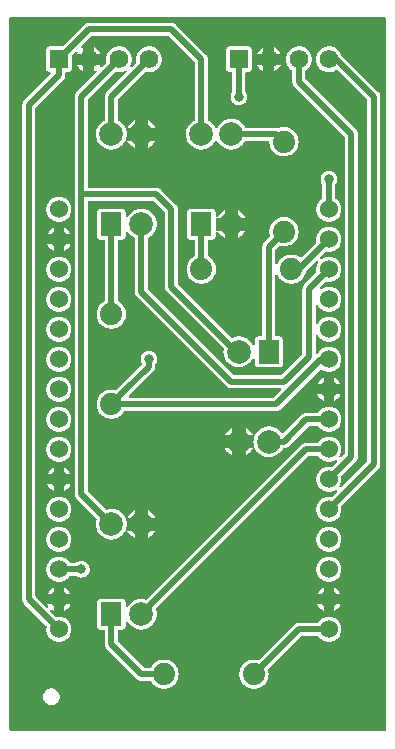
<source format=gbl>
G04 Layer: BottomLayer*
G04 EasyEDA v6.5.38, 2023-12-01 14:45:36*
G04 d3a44f610aa94845aa177982d7dd4480,0f913dacbf7e480eb1521c3b63592b38,10*
G04 Gerber Generator version 0.2*
G04 Scale: 100 percent, Rotated: No, Reflected: No *
G04 Dimensions in millimeters *
G04 leading zeros omitted , absolute positions ,4 integer and 5 decimal *
%FSLAX45Y45*%
%MOMM*%

%ADD10C,0.5000*%
%ADD11R,1.5748X1.5748*%
%ADD12C,1.5748*%
%ADD13C,1.5240*%
%ADD14C,1.8796*%
%ADD15R,1.8000X2.0000*%
%ADD16C,2.0000*%
%ADD17C,0.8000*%
%ADD18C,0.0109*%

%LPD*%
G36*
X-344932Y-291592D02*
G01*
X-348843Y-290830D01*
X-352094Y-288594D01*
X-354330Y-285343D01*
X-355092Y-281432D01*
X-355092Y5742432D01*
X-354330Y5746343D01*
X-352094Y5749594D01*
X-348843Y5751830D01*
X-344932Y5752592D01*
X2821432Y5752592D01*
X2825343Y5751830D01*
X2828594Y5749594D01*
X2830830Y5746343D01*
X2831592Y5742432D01*
X2831592Y-281432D01*
X2830830Y-285343D01*
X2828594Y-288594D01*
X2825343Y-290830D01*
X2821432Y-291592D01*
G37*

%LPC*%
G36*
X0Y-70459D02*
G01*
X11023Y-69596D01*
X21793Y-67005D01*
X32004Y-62788D01*
X41402Y-56997D01*
X49834Y-49834D01*
X56997Y-41402D01*
X62788Y-32004D01*
X67005Y-21793D01*
X69596Y-11023D01*
X70459Y0D01*
X69596Y11023D01*
X67005Y21793D01*
X62788Y32004D01*
X56997Y41402D01*
X49834Y49834D01*
X41402Y56997D01*
X32004Y62788D01*
X21793Y67005D01*
X11023Y69596D01*
X0Y70459D01*
X-11023Y69596D01*
X-21793Y67005D01*
X-32004Y62788D01*
X-41402Y56997D01*
X-49834Y49834D01*
X-56997Y41402D01*
X-62788Y32004D01*
X-67005Y21793D01*
X-69596Y11023D01*
X-70459Y0D01*
X-69596Y-11023D01*
X-67005Y-21793D01*
X-62788Y-32004D01*
X-56997Y-41402D01*
X-49834Y-49834D01*
X-41402Y-56997D01*
X-32004Y-62788D01*
X-21793Y-67005D01*
X-11023Y-69596D01*
G37*
G36*
X1714500Y66040D02*
G01*
X1729486Y66954D01*
X1744268Y69646D01*
X1758645Y74117D01*
X1772361Y80264D01*
X1785213Y88087D01*
X1797050Y97332D01*
X1807667Y107950D01*
X1816912Y119786D01*
X1824736Y132638D01*
X1830882Y146354D01*
X1835353Y160731D01*
X1838045Y175514D01*
X1838960Y190500D01*
X1838045Y205486D01*
X1835353Y220268D01*
X1834184Y224028D01*
X1833727Y227634D01*
X1834642Y231190D01*
X1836724Y234188D01*
X2115515Y513029D01*
X2118817Y515213D01*
X2122678Y515975D01*
X2253132Y515975D01*
X2256383Y515467D01*
X2259330Y513892D01*
X2261565Y511454D01*
X2264867Y506577D01*
X2274062Y496062D01*
X2284577Y486867D01*
X2296160Y479094D01*
X2308656Y472948D01*
X2321864Y468426D01*
X2335580Y465734D01*
X2349500Y464820D01*
X2363419Y465734D01*
X2377135Y468426D01*
X2390343Y472948D01*
X2402840Y479094D01*
X2414422Y486867D01*
X2424938Y496062D01*
X2434132Y506577D01*
X2441905Y518159D01*
X2448052Y530656D01*
X2452573Y543864D01*
X2455265Y557580D01*
X2456180Y571500D01*
X2455265Y585419D01*
X2452573Y599135D01*
X2448052Y612343D01*
X2441905Y624840D01*
X2434132Y636422D01*
X2424938Y646938D01*
X2414422Y656132D01*
X2402840Y663905D01*
X2390343Y670052D01*
X2377135Y674573D01*
X2363419Y677265D01*
X2349500Y678180D01*
X2335580Y677265D01*
X2321864Y674573D01*
X2308656Y670052D01*
X2296160Y663905D01*
X2284577Y656132D01*
X2274062Y646938D01*
X2264867Y636422D01*
X2261565Y631545D01*
X2259330Y629107D01*
X2256383Y627532D01*
X2253132Y627024D01*
X2095703Y627024D01*
X2090674Y626770D01*
X2085848Y626160D01*
X2081123Y625094D01*
X2076500Y623671D01*
X2072030Y621792D01*
X2067763Y619556D01*
X2063648Y616966D01*
X2059838Y614019D01*
X2056079Y610616D01*
X1758188Y312724D01*
X1755190Y310642D01*
X1751634Y309727D01*
X1748028Y310184D01*
X1744268Y311353D01*
X1729486Y314045D01*
X1714500Y314960D01*
X1699514Y314045D01*
X1684731Y311353D01*
X1670354Y306882D01*
X1656638Y300736D01*
X1643786Y292912D01*
X1631950Y283667D01*
X1621332Y273050D01*
X1612087Y261213D01*
X1604264Y248361D01*
X1598117Y234645D01*
X1593646Y220268D01*
X1590954Y205486D01*
X1590040Y190500D01*
X1590954Y175514D01*
X1593646Y160731D01*
X1598117Y146354D01*
X1604264Y132638D01*
X1612087Y119786D01*
X1621332Y107950D01*
X1631950Y97332D01*
X1643786Y88087D01*
X1656638Y80264D01*
X1670354Y74117D01*
X1684731Y69646D01*
X1699514Y66954D01*
G37*
G36*
X952500Y66040D02*
G01*
X967486Y66954D01*
X982268Y69646D01*
X996645Y74117D01*
X1010361Y80264D01*
X1023213Y88087D01*
X1035050Y97332D01*
X1045667Y107950D01*
X1054912Y119786D01*
X1062736Y132638D01*
X1068882Y146354D01*
X1073353Y160731D01*
X1076045Y175514D01*
X1076960Y190500D01*
X1076045Y205486D01*
X1073353Y220268D01*
X1068882Y234645D01*
X1062736Y248361D01*
X1054912Y261213D01*
X1045667Y273050D01*
X1035050Y283667D01*
X1023213Y292912D01*
X1010361Y300736D01*
X996645Y306882D01*
X982268Y311353D01*
X967486Y314045D01*
X952500Y314960D01*
X937514Y314045D01*
X922731Y311353D01*
X908354Y306882D01*
X894638Y300736D01*
X881786Y292912D01*
X869950Y283667D01*
X859332Y273050D01*
X850087Y261213D01*
X843838Y250901D01*
X841552Y248310D01*
X838555Y246583D01*
X835152Y246024D01*
X789178Y246024D01*
X785317Y246786D01*
X782015Y248970D01*
X566470Y464515D01*
X564286Y467817D01*
X563524Y471678D01*
X563524Y557834D01*
X564286Y561695D01*
X566470Y564997D01*
X569772Y567232D01*
X573684Y567994D01*
X597509Y567994D01*
X603961Y568604D01*
X609650Y570382D01*
X614934Y573176D01*
X619556Y576986D01*
X623316Y581558D01*
X626160Y586841D01*
X627888Y592582D01*
X628497Y598982D01*
X628497Y631342D01*
X629462Y635660D01*
X632206Y639165D01*
X636117Y641197D01*
X640588Y641350D01*
X644652Y639572D01*
X647547Y636270D01*
X651662Y628853D01*
X660654Y616254D01*
X671118Y604875D01*
X682802Y594766D01*
X695655Y586130D01*
X709422Y579069D01*
X723900Y573684D01*
X738936Y570077D01*
X754278Y568248D01*
X769721Y568248D01*
X785063Y570077D01*
X800100Y573684D01*
X814628Y579069D01*
X828344Y586130D01*
X841197Y594766D01*
X852881Y604875D01*
X863346Y616254D01*
X872337Y628853D01*
X879805Y642366D01*
X885596Y656691D01*
X889711Y671626D01*
X891997Y686917D01*
X892454Y702360D01*
X891082Y717753D01*
X887882Y732891D01*
X886612Y736600D01*
X886104Y740308D01*
X886968Y743966D01*
X889050Y747064D01*
X2179015Y2037029D01*
X2182317Y2039213D01*
X2186178Y2039975D01*
X2253132Y2039975D01*
X2256383Y2039467D01*
X2259330Y2037892D01*
X2261565Y2035454D01*
X2264867Y2030577D01*
X2274062Y2020062D01*
X2284577Y2010867D01*
X2296160Y2003094D01*
X2308656Y1996948D01*
X2321864Y1992426D01*
X2335580Y1989734D01*
X2349500Y1988820D01*
X2363419Y1989734D01*
X2377135Y1992426D01*
X2390343Y1996948D01*
X2402840Y2003094D01*
X2406345Y2005431D01*
X2410256Y2007006D01*
X2414524Y2006854D01*
X2418334Y2004923D01*
X2421026Y2001672D01*
X2422144Y1997557D01*
X2421483Y1993392D01*
X2419146Y1989836D01*
X2378303Y1948942D01*
X2375662Y1947011D01*
X2372461Y1946046D01*
X2369159Y1946148D01*
X2363419Y1947265D01*
X2349500Y1948180D01*
X2335580Y1947265D01*
X2321864Y1944573D01*
X2308656Y1940052D01*
X2296160Y1933905D01*
X2284577Y1926132D01*
X2274062Y1916938D01*
X2264867Y1906422D01*
X2257094Y1894839D01*
X2250948Y1882343D01*
X2246426Y1869135D01*
X2243734Y1855419D01*
X2242820Y1841500D01*
X2243734Y1827580D01*
X2246426Y1813864D01*
X2250948Y1800656D01*
X2257094Y1788160D01*
X2264867Y1776577D01*
X2274062Y1766062D01*
X2284577Y1756867D01*
X2296160Y1749094D01*
X2308656Y1742948D01*
X2321864Y1738426D01*
X2335580Y1735734D01*
X2349500Y1734820D01*
X2363419Y1735734D01*
X2377135Y1738426D01*
X2390343Y1742948D01*
X2402840Y1749094D01*
X2406751Y1751736D01*
X2410714Y1753311D01*
X2414930Y1753107D01*
X2418740Y1751228D01*
X2421432Y1747926D01*
X2422550Y1743862D01*
X2421890Y1739646D01*
X2419604Y1736089D01*
X2378405Y1694891D01*
X2375712Y1692960D01*
X2372563Y1691995D01*
X2369210Y1692097D01*
X2363419Y1693265D01*
X2349500Y1694180D01*
X2335580Y1693265D01*
X2321864Y1690573D01*
X2308656Y1686052D01*
X2296160Y1679905D01*
X2284577Y1672132D01*
X2274062Y1662938D01*
X2264867Y1652422D01*
X2257094Y1640839D01*
X2250948Y1628343D01*
X2246426Y1615135D01*
X2243734Y1601419D01*
X2242820Y1587500D01*
X2243734Y1573580D01*
X2246426Y1559864D01*
X2250948Y1546656D01*
X2257094Y1534160D01*
X2264867Y1522577D01*
X2274062Y1512062D01*
X2284577Y1502867D01*
X2296160Y1495094D01*
X2308656Y1488948D01*
X2321864Y1484426D01*
X2335580Y1481734D01*
X2349500Y1480820D01*
X2363419Y1481734D01*
X2377135Y1484426D01*
X2390343Y1488948D01*
X2402840Y1495094D01*
X2414422Y1502867D01*
X2424938Y1512062D01*
X2434132Y1522577D01*
X2441905Y1534160D01*
X2448052Y1546656D01*
X2452573Y1559864D01*
X2455265Y1573580D01*
X2456180Y1587500D01*
X2455265Y1601419D01*
X2454097Y1607210D01*
X2453995Y1610563D01*
X2454960Y1613712D01*
X2456891Y1616405D01*
X2769616Y1929079D01*
X2773019Y1932838D01*
X2775966Y1936648D01*
X2778556Y1940763D01*
X2780792Y1945030D01*
X2782671Y1949500D01*
X2784094Y1954123D01*
X2785160Y1958848D01*
X2785770Y1963674D01*
X2786024Y1968703D01*
X2786024Y5080050D01*
X2785770Y5085181D01*
X2785160Y5089906D01*
X2784094Y5094681D01*
X2782671Y5099253D01*
X2780792Y5103774D01*
X2778556Y5107990D01*
X2775915Y5112156D01*
X2773019Y5115915D01*
X2769565Y5119725D01*
X2452674Y5435854D01*
X2450693Y5438597D01*
X2444648Y5451094D01*
X2437028Y5462828D01*
X2427986Y5473496D01*
X2417622Y5482894D01*
X2406142Y5490921D01*
X2393696Y5497372D01*
X2380589Y5502198D01*
X2366924Y5505348D01*
X2353005Y5506669D01*
X2339035Y5506212D01*
X2325217Y5503976D01*
X2311755Y5500014D01*
X2298954Y5494324D01*
X2287016Y5487060D01*
X2276043Y5478373D01*
X2266340Y5468315D01*
X2257958Y5457088D01*
X2251100Y5444896D01*
X2245817Y5431942D01*
X2242312Y5418378D01*
X2240483Y5404510D01*
X2240483Y5390489D01*
X2242312Y5376621D01*
X2245817Y5363057D01*
X2251100Y5350103D01*
X2257958Y5337911D01*
X2266340Y5326684D01*
X2276043Y5316626D01*
X2287016Y5307939D01*
X2298954Y5300675D01*
X2311755Y5294985D01*
X2325217Y5291023D01*
X2339035Y5288788D01*
X2353005Y5288330D01*
X2366924Y5289651D01*
X2380589Y5292801D01*
X2393696Y5297627D01*
X2406142Y5304078D01*
X2411730Y5308041D01*
X2414930Y5309514D01*
X2418435Y5309819D01*
X2421839Y5308904D01*
X2424734Y5306872D01*
X2672029Y5060188D01*
X2674213Y5056886D01*
X2674975Y5053025D01*
X2674975Y1995678D01*
X2674213Y1991817D01*
X2672029Y1988515D01*
X2454910Y1771396D01*
X2451354Y1769110D01*
X2447137Y1768449D01*
X2443073Y1769567D01*
X2439771Y1772259D01*
X2437892Y1776069D01*
X2437688Y1780286D01*
X2439263Y1784248D01*
X2441905Y1788160D01*
X2448052Y1800656D01*
X2452573Y1813864D01*
X2455265Y1827580D01*
X2456180Y1841500D01*
X2455265Y1855419D01*
X2454097Y1861312D01*
X2453995Y1864614D01*
X2454960Y1867763D01*
X2456891Y1870456D01*
X2579116Y1992884D01*
X2582519Y1996592D01*
X2585466Y2000453D01*
X2588056Y2004517D01*
X2590292Y2008835D01*
X2592171Y2013254D01*
X2593594Y2017928D01*
X2594660Y2022602D01*
X2595270Y2027478D01*
X2595524Y2032457D01*
X2595524Y4762296D01*
X2595270Y4767326D01*
X2594660Y4772152D01*
X2593594Y4776876D01*
X2592171Y4781499D01*
X2590292Y4785969D01*
X2588056Y4790236D01*
X2585466Y4794351D01*
X2582519Y4798161D01*
X2579116Y4801920D01*
X2153970Y5227015D01*
X2151786Y5230317D01*
X2151024Y5234178D01*
X2151024Y5298033D01*
X2151532Y5301234D01*
X2153005Y5304078D01*
X2155342Y5306364D01*
X2163622Y5312105D01*
X2173986Y5321503D01*
X2183028Y5332171D01*
X2190648Y5343906D01*
X2196744Y5356504D01*
X2201164Y5369814D01*
X2203805Y5383530D01*
X2204720Y5397500D01*
X2203805Y5411470D01*
X2201164Y5425186D01*
X2196744Y5438495D01*
X2190648Y5451094D01*
X2183028Y5462828D01*
X2173986Y5473496D01*
X2163622Y5482894D01*
X2152142Y5490921D01*
X2139696Y5497372D01*
X2126589Y5502198D01*
X2112924Y5505348D01*
X2099005Y5506669D01*
X2085035Y5506212D01*
X2071217Y5503976D01*
X2057755Y5500014D01*
X2044954Y5494324D01*
X2033016Y5487060D01*
X2022043Y5478373D01*
X2012340Y5468315D01*
X2003958Y5457088D01*
X1997100Y5444896D01*
X1991817Y5431942D01*
X1988312Y5418378D01*
X1986483Y5404510D01*
X1986483Y5390489D01*
X1988312Y5376621D01*
X1991817Y5363057D01*
X1997100Y5350103D01*
X2003958Y5337911D01*
X2012340Y5326684D01*
X2022043Y5316626D01*
X2033016Y5307939D01*
X2035098Y5306669D01*
X2037689Y5304383D01*
X2039416Y5301386D01*
X2039975Y5297982D01*
X2039975Y5207203D01*
X2040229Y5202174D01*
X2040839Y5197348D01*
X2041906Y5192623D01*
X2043328Y5188000D01*
X2045207Y5183530D01*
X2047443Y5179263D01*
X2050034Y5175148D01*
X2052980Y5171338D01*
X2056384Y5167579D01*
X2481529Y4742484D01*
X2483713Y4739182D01*
X2484475Y4735322D01*
X2484475Y2059432D01*
X2483713Y2055520D01*
X2481529Y2052269D01*
X2455316Y2026005D01*
X2451709Y2023668D01*
X2447544Y2023008D01*
X2443429Y2024125D01*
X2440178Y2026818D01*
X2438247Y2030628D01*
X2438095Y2034844D01*
X2439670Y2038807D01*
X2441905Y2042160D01*
X2448052Y2054656D01*
X2452573Y2067864D01*
X2455265Y2081580D01*
X2456180Y2095500D01*
X2455265Y2109419D01*
X2452573Y2123135D01*
X2448052Y2136343D01*
X2441905Y2148840D01*
X2434132Y2160422D01*
X2424938Y2170938D01*
X2414422Y2180132D01*
X2402840Y2187905D01*
X2390343Y2194052D01*
X2377135Y2198573D01*
X2363419Y2201265D01*
X2349500Y2202180D01*
X2335580Y2201265D01*
X2321864Y2198573D01*
X2308656Y2194052D01*
X2296160Y2187905D01*
X2284577Y2180132D01*
X2274062Y2170938D01*
X2264867Y2160422D01*
X2261565Y2155545D01*
X2259330Y2153107D01*
X2256383Y2151532D01*
X2253132Y2151024D01*
X2159203Y2151024D01*
X2154174Y2150770D01*
X2149348Y2150160D01*
X2144623Y2149094D01*
X2140000Y2147671D01*
X2135530Y2145792D01*
X2131263Y2143556D01*
X2127148Y2140966D01*
X2123338Y2138019D01*
X2119579Y2134616D01*
X810514Y825500D01*
X807516Y823468D01*
X803960Y822553D01*
X800354Y822960D01*
X792632Y825347D01*
X777443Y828090D01*
X762000Y829005D01*
X746556Y828090D01*
X731367Y825347D01*
X716584Y820826D01*
X702411Y814578D01*
X689102Y806704D01*
X676808Y797356D01*
X665734Y786587D01*
X655980Y774598D01*
X647293Y760730D01*
X644245Y757631D01*
X640181Y756056D01*
X635863Y756361D01*
X632053Y758393D01*
X629412Y761847D01*
X628497Y766114D01*
X628497Y798017D01*
X627888Y804418D01*
X626160Y810158D01*
X623316Y815441D01*
X619556Y820013D01*
X614934Y823823D01*
X609650Y826617D01*
X603961Y828395D01*
X597509Y829005D01*
X418490Y829005D01*
X412038Y828395D01*
X406349Y826617D01*
X401066Y823823D01*
X396443Y820013D01*
X392684Y815441D01*
X389839Y810158D01*
X388112Y804418D01*
X387502Y798017D01*
X387502Y598982D01*
X388112Y592582D01*
X389839Y586841D01*
X392684Y581558D01*
X396443Y576986D01*
X401066Y573176D01*
X406349Y570382D01*
X412038Y568604D01*
X418490Y567994D01*
X442315Y567994D01*
X446227Y567232D01*
X449529Y564997D01*
X451713Y561695D01*
X452475Y557834D01*
X452475Y444703D01*
X452729Y439674D01*
X453339Y434848D01*
X454406Y430123D01*
X455828Y425500D01*
X457708Y421030D01*
X459943Y416763D01*
X462534Y412648D01*
X465480Y408838D01*
X468884Y405079D01*
X722579Y151384D01*
X726338Y147980D01*
X730148Y145034D01*
X734263Y142443D01*
X738530Y140208D01*
X743000Y138328D01*
X747623Y136906D01*
X752348Y135839D01*
X757174Y135229D01*
X762203Y134975D01*
X835152Y134975D01*
X838555Y134416D01*
X841552Y132689D01*
X843838Y130098D01*
X850087Y119786D01*
X859332Y107950D01*
X869950Y97332D01*
X881786Y88087D01*
X894638Y80264D01*
X908354Y74117D01*
X922731Y69646D01*
X937514Y66954D01*
G37*
G36*
X63500Y464820D02*
G01*
X77419Y465734D01*
X91135Y468426D01*
X104343Y472948D01*
X116839Y479094D01*
X128422Y486867D01*
X138938Y496062D01*
X148132Y506577D01*
X155905Y518159D01*
X162052Y530656D01*
X166573Y543864D01*
X169265Y557580D01*
X170180Y571500D01*
X169265Y585419D01*
X166573Y599135D01*
X162052Y612343D01*
X155905Y624840D01*
X148132Y636422D01*
X138938Y646938D01*
X128422Y656132D01*
X116839Y663905D01*
X104343Y670052D01*
X91135Y674573D01*
X77419Y677265D01*
X63500Y678180D01*
X49580Y677265D01*
X43789Y676097D01*
X40436Y675995D01*
X37287Y676960D01*
X34594Y678891D01*
X-6604Y720090D01*
X-8890Y723646D01*
X-9550Y727862D01*
X-8432Y731926D01*
X-5740Y735228D01*
X-1930Y737108D01*
X2286Y737311D01*
X6248Y735736D01*
X10160Y733094D01*
X19050Y728726D01*
X19050Y781050D01*
X-33274Y781050D01*
X-28905Y772160D01*
X-26263Y768248D01*
X-24688Y764286D01*
X-24892Y760069D01*
X-26771Y756259D01*
X-30073Y753567D01*
X-34137Y752449D01*
X-38354Y753110D01*
X-41910Y755396D01*
X-132029Y845515D01*
X-134213Y848817D01*
X-134975Y852678D01*
X-134975Y4982464D01*
X-134213Y4986324D01*
X-132029Y4989626D01*
X102565Y5224221D01*
X106019Y5228031D01*
X108966Y5231841D01*
X111556Y5235956D01*
X113792Y5240172D01*
X115671Y5244744D01*
X117094Y5249265D01*
X118160Y5254091D01*
X118770Y5258816D01*
X119024Y5263946D01*
X119024Y5278069D01*
X119786Y5281980D01*
X121970Y5285282D01*
X125272Y5287467D01*
X129184Y5288229D01*
X141732Y5288229D01*
X148183Y5288889D01*
X153873Y5290616D01*
X159156Y5293410D01*
X163779Y5297220D01*
X167589Y5301843D01*
X170383Y5307126D01*
X172110Y5312816D01*
X172770Y5319268D01*
X172770Y5424017D01*
X173532Y5427929D01*
X175717Y5431231D01*
X204978Y5460492D01*
X208432Y5462727D01*
X212496Y5463438D01*
X216509Y5462473D01*
X219811Y5459984D01*
X221843Y5456377D01*
X222250Y5452262D01*
X221030Y5448300D01*
X218389Y5443220D01*
X271780Y5443220D01*
X271780Y5496458D01*
X266293Y5494020D01*
X262382Y5493156D01*
X258470Y5493867D01*
X255117Y5496052D01*
X252831Y5499303D01*
X252018Y5503265D01*
X252780Y5507177D01*
X255016Y5510479D01*
X337515Y5593029D01*
X340817Y5595213D01*
X344678Y5595975D01*
X988821Y5595975D01*
X992682Y5595213D01*
X995984Y5593029D01*
X1211529Y5377484D01*
X1213713Y5374182D01*
X1214475Y5370322D01*
X1214475Y4886807D01*
X1213866Y4883353D01*
X1212138Y4880305D01*
X1209497Y4878070D01*
X1197102Y4870704D01*
X1184808Y4861356D01*
X1173734Y4850587D01*
X1163980Y4838547D01*
X1155750Y4825492D01*
X1149096Y4811522D01*
X1144117Y4796891D01*
X1140917Y4781753D01*
X1139545Y4766360D01*
X1140002Y4750917D01*
X1142288Y4735626D01*
X1146403Y4720691D01*
X1152194Y4706366D01*
X1159662Y4692853D01*
X1168654Y4680254D01*
X1179118Y4668875D01*
X1190802Y4658766D01*
X1203655Y4650130D01*
X1217422Y4643069D01*
X1231900Y4637684D01*
X1246936Y4634077D01*
X1262278Y4632248D01*
X1277721Y4632248D01*
X1293063Y4634077D01*
X1308100Y4637684D01*
X1322628Y4643069D01*
X1336344Y4650130D01*
X1349197Y4658766D01*
X1360881Y4668875D01*
X1371346Y4680254D01*
X1380337Y4692853D01*
X1388110Y4706924D01*
X1390954Y4710176D01*
X1394866Y4711954D01*
X1399184Y4711954D01*
X1403096Y4710176D01*
X1405890Y4706924D01*
X1413662Y4692853D01*
X1422654Y4680254D01*
X1433118Y4668875D01*
X1444802Y4658766D01*
X1457655Y4650130D01*
X1471422Y4643069D01*
X1485900Y4637684D01*
X1500936Y4634077D01*
X1516278Y4632248D01*
X1531721Y4632248D01*
X1547063Y4634077D01*
X1562100Y4637684D01*
X1576628Y4643069D01*
X1590344Y4650130D01*
X1603197Y4658766D01*
X1614881Y4668875D01*
X1625346Y4680254D01*
X1634337Y4692853D01*
X1639265Y4701743D01*
X1641500Y4704537D01*
X1644599Y4706366D01*
X1648155Y4706975D01*
X1833981Y4706975D01*
X1837740Y4706264D01*
X1840941Y4704232D01*
X1843176Y4701133D01*
X1844141Y4697425D01*
X1844954Y4684014D01*
X1847646Y4669231D01*
X1852117Y4654854D01*
X1858264Y4641138D01*
X1866087Y4628286D01*
X1875332Y4616450D01*
X1885950Y4605832D01*
X1897786Y4596587D01*
X1910638Y4588764D01*
X1924354Y4582617D01*
X1938731Y4578146D01*
X1953514Y4575454D01*
X1968500Y4574540D01*
X1983486Y4575454D01*
X1998268Y4578146D01*
X2012645Y4582617D01*
X2026361Y4588764D01*
X2039213Y4596587D01*
X2051050Y4605832D01*
X2061667Y4616450D01*
X2070912Y4628286D01*
X2078736Y4641138D01*
X2084882Y4654854D01*
X2089353Y4669231D01*
X2092045Y4684014D01*
X2092960Y4699000D01*
X2092045Y4713986D01*
X2089353Y4728768D01*
X2084882Y4743145D01*
X2078736Y4756861D01*
X2070912Y4769713D01*
X2061667Y4781550D01*
X2051050Y4792167D01*
X2039213Y4801412D01*
X2026361Y4809236D01*
X2012645Y4815382D01*
X1998268Y4819853D01*
X1983486Y4822545D01*
X1968500Y4823460D01*
X1953514Y4822545D01*
X1938731Y4819853D01*
X1925980Y4815890D01*
X1923288Y4815433D01*
X1920544Y4815687D01*
X1914550Y4817160D01*
X1909825Y4817770D01*
X1904796Y4818024D01*
X1648256Y4818024D01*
X1644548Y4818735D01*
X1641348Y4820716D01*
X1639062Y4823815D01*
X1638300Y4825492D01*
X1630019Y4838547D01*
X1620266Y4850587D01*
X1609191Y4861356D01*
X1596898Y4870704D01*
X1583588Y4878578D01*
X1569415Y4884826D01*
X1554632Y4889347D01*
X1539443Y4892090D01*
X1524000Y4893005D01*
X1508556Y4892090D01*
X1493367Y4889347D01*
X1478584Y4884826D01*
X1464411Y4878578D01*
X1451102Y4870704D01*
X1438808Y4861356D01*
X1427734Y4850587D01*
X1417980Y4838547D01*
X1409750Y4825492D01*
X1406194Y4818024D01*
X1403908Y4814976D01*
X1400708Y4812944D01*
X1397000Y4812233D01*
X1393291Y4812944D01*
X1390091Y4814976D01*
X1387805Y4818024D01*
X1384300Y4825492D01*
X1376019Y4838547D01*
X1366266Y4850587D01*
X1355191Y4861356D01*
X1342898Y4870704D01*
X1330502Y4878070D01*
X1327861Y4880305D01*
X1326134Y4883353D01*
X1325524Y4886807D01*
X1325524Y5397296D01*
X1325270Y5402326D01*
X1324660Y5407152D01*
X1323594Y5411876D01*
X1322171Y5416499D01*
X1320292Y5420969D01*
X1318056Y5425236D01*
X1315466Y5429351D01*
X1312519Y5433161D01*
X1309116Y5436920D01*
X1055420Y5690616D01*
X1051661Y5694019D01*
X1047851Y5696966D01*
X1043736Y5699556D01*
X1039469Y5701792D01*
X1034999Y5703671D01*
X1030376Y5705094D01*
X1025652Y5706160D01*
X1020826Y5706770D01*
X1015796Y5707024D01*
X317703Y5707024D01*
X312674Y5706770D01*
X307848Y5706160D01*
X303123Y5705094D01*
X298500Y5703671D01*
X294030Y5701792D01*
X289763Y5699556D01*
X285648Y5696966D01*
X281838Y5694019D01*
X278079Y5690616D01*
X97231Y5509717D01*
X93929Y5507532D01*
X90017Y5506770D01*
X-14732Y5506770D01*
X-21183Y5506110D01*
X-26873Y5504383D01*
X-32156Y5501589D01*
X-36779Y5497779D01*
X-40589Y5493156D01*
X-43383Y5487873D01*
X-45110Y5482183D01*
X-45770Y5475732D01*
X-45770Y5319268D01*
X-45110Y5312816D01*
X-43383Y5307126D01*
X-40589Y5301843D01*
X-36779Y5297220D01*
X-32156Y5293410D01*
X-26873Y5290616D01*
X-21183Y5288889D01*
X-13970Y5288229D01*
X-10312Y5287162D01*
X-7315Y5284825D01*
X-5334Y5281523D01*
X-4775Y5277764D01*
X-5588Y5274056D01*
X-7721Y5270906D01*
X-229616Y5049062D01*
X-233019Y5045303D01*
X-235966Y5041493D01*
X-238556Y5037378D01*
X-240792Y5033111D01*
X-242671Y5028641D01*
X-244094Y5024018D01*
X-245160Y5019294D01*
X-245770Y5014468D01*
X-246024Y5009438D01*
X-246024Y825703D01*
X-245770Y820674D01*
X-245160Y815848D01*
X-244094Y811123D01*
X-242671Y806500D01*
X-240792Y802030D01*
X-238556Y797763D01*
X-235966Y793648D01*
X-233019Y789838D01*
X-229616Y786079D01*
X-43891Y600405D01*
X-41960Y597712D01*
X-40995Y594563D01*
X-41097Y591210D01*
X-42265Y585419D01*
X-43180Y571500D01*
X-42265Y557580D01*
X-39573Y543864D01*
X-35052Y530656D01*
X-28905Y518159D01*
X-21132Y506577D01*
X-11938Y496062D01*
X-1422Y486867D01*
X10160Y479094D01*
X22656Y472948D01*
X35864Y468426D01*
X49580Y465734D01*
G37*
G36*
X2393950Y728726D02*
G01*
X2402840Y733094D01*
X2414422Y740867D01*
X2424938Y750062D01*
X2434132Y760577D01*
X2441905Y772160D01*
X2446274Y781050D01*
X2393950Y781050D01*
G37*
G36*
X2305050Y728726D02*
G01*
X2305050Y781050D01*
X2252726Y781050D01*
X2257094Y772160D01*
X2264867Y760577D01*
X2274062Y750062D01*
X2284577Y740867D01*
X2296160Y733094D01*
G37*
G36*
X107950Y728726D02*
G01*
X116839Y733094D01*
X128422Y740867D01*
X138938Y750062D01*
X148132Y760577D01*
X155905Y772160D01*
X160274Y781050D01*
X107950Y781050D01*
G37*
G36*
X2393950Y869950D02*
G01*
X2446274Y869950D01*
X2441905Y878840D01*
X2434132Y890422D01*
X2424938Y900937D01*
X2414422Y910132D01*
X2402840Y917905D01*
X2393950Y922274D01*
G37*
G36*
X2252726Y869950D02*
G01*
X2305050Y869950D01*
X2305050Y922274D01*
X2296160Y917905D01*
X2284577Y910132D01*
X2274062Y900937D01*
X2264867Y890422D01*
X2257094Y878840D01*
G37*
G36*
X-33274Y869950D02*
G01*
X19050Y869950D01*
X19050Y922274D01*
X10160Y917905D01*
X-1422Y910132D01*
X-11938Y900937D01*
X-21132Y890422D01*
X-28905Y878840D01*
G37*
G36*
X107950Y869950D02*
G01*
X160274Y869950D01*
X155905Y878840D01*
X148132Y890422D01*
X138938Y900937D01*
X128422Y910132D01*
X116839Y917905D01*
X107950Y922274D01*
G37*
G36*
X2349500Y972819D02*
G01*
X2363419Y973734D01*
X2377135Y976426D01*
X2390343Y980948D01*
X2402840Y987094D01*
X2414422Y994867D01*
X2424938Y1004062D01*
X2434132Y1014577D01*
X2441905Y1026160D01*
X2448052Y1038656D01*
X2452573Y1051864D01*
X2455265Y1065580D01*
X2456180Y1079500D01*
X2455265Y1093419D01*
X2452573Y1107135D01*
X2448052Y1120343D01*
X2441905Y1132840D01*
X2434132Y1144422D01*
X2424938Y1154938D01*
X2414422Y1164132D01*
X2402840Y1171905D01*
X2390343Y1178052D01*
X2377135Y1182573D01*
X2363419Y1185265D01*
X2349500Y1186180D01*
X2335580Y1185265D01*
X2321864Y1182573D01*
X2308656Y1178052D01*
X2296160Y1171905D01*
X2284577Y1164132D01*
X2274062Y1154938D01*
X2264867Y1144422D01*
X2257094Y1132840D01*
X2250948Y1120343D01*
X2246426Y1107135D01*
X2243734Y1093419D01*
X2242820Y1079500D01*
X2243734Y1065580D01*
X2246426Y1051864D01*
X2250948Y1038656D01*
X2257094Y1026160D01*
X2264867Y1014577D01*
X2274062Y1004062D01*
X2284577Y994867D01*
X2296160Y987094D01*
X2308656Y980948D01*
X2321864Y976426D01*
X2335580Y973734D01*
G37*
G36*
X63500Y972819D02*
G01*
X77419Y973734D01*
X91135Y976426D01*
X104343Y980948D01*
X116839Y987094D01*
X128422Y994867D01*
X138938Y1004062D01*
X148132Y1014577D01*
X151434Y1019454D01*
X153670Y1021892D01*
X156616Y1023467D01*
X159867Y1023975D01*
X207264Y1023975D01*
X210007Y1023619D01*
X212547Y1022502D01*
X221996Y1016711D01*
X232206Y1012494D01*
X242976Y1009903D01*
X254000Y1009040D01*
X265023Y1009903D01*
X275793Y1012494D01*
X286004Y1016711D01*
X295402Y1022502D01*
X303834Y1029665D01*
X310997Y1038098D01*
X316788Y1047496D01*
X321005Y1057706D01*
X323596Y1068476D01*
X324459Y1079500D01*
X323596Y1090523D01*
X321005Y1101293D01*
X316788Y1111504D01*
X310997Y1120902D01*
X303834Y1129334D01*
X295402Y1136497D01*
X286004Y1142288D01*
X275793Y1146505D01*
X265023Y1149096D01*
X254000Y1149959D01*
X242976Y1149096D01*
X232206Y1146505D01*
X221996Y1142288D01*
X212547Y1136497D01*
X210007Y1135380D01*
X207264Y1135024D01*
X159867Y1135024D01*
X156616Y1135532D01*
X153670Y1137107D01*
X151434Y1139545D01*
X148132Y1144422D01*
X138938Y1154938D01*
X128422Y1164132D01*
X116839Y1171905D01*
X104343Y1178052D01*
X91135Y1182573D01*
X77419Y1185265D01*
X63500Y1186180D01*
X49580Y1185265D01*
X35864Y1182573D01*
X22656Y1178052D01*
X10160Y1171905D01*
X-1422Y1164132D01*
X-11938Y1154938D01*
X-21132Y1144422D01*
X-28905Y1132840D01*
X-35052Y1120343D01*
X-39573Y1107135D01*
X-42265Y1093419D01*
X-43180Y1079500D01*
X-42265Y1065580D01*
X-39573Y1051864D01*
X-35052Y1038656D01*
X-28905Y1026160D01*
X-21132Y1014577D01*
X-11938Y1004062D01*
X-1422Y994867D01*
X10160Y987094D01*
X22656Y980948D01*
X35864Y976426D01*
X49580Y973734D01*
G37*
G36*
X63500Y1226820D02*
G01*
X77419Y1227734D01*
X91135Y1230426D01*
X104343Y1234948D01*
X116839Y1241094D01*
X128422Y1248867D01*
X138938Y1258062D01*
X148132Y1268577D01*
X155905Y1280160D01*
X162052Y1292656D01*
X166573Y1305864D01*
X169265Y1319580D01*
X170180Y1333500D01*
X169265Y1347419D01*
X166573Y1361135D01*
X162052Y1374343D01*
X155905Y1386840D01*
X148132Y1398422D01*
X138938Y1408938D01*
X128422Y1418132D01*
X116839Y1425905D01*
X104343Y1432052D01*
X91135Y1436573D01*
X77419Y1439265D01*
X63500Y1440180D01*
X49580Y1439265D01*
X35864Y1436573D01*
X22656Y1432052D01*
X10160Y1425905D01*
X-1422Y1418132D01*
X-11938Y1408938D01*
X-21132Y1398422D01*
X-28905Y1386840D01*
X-35052Y1374343D01*
X-39573Y1361135D01*
X-42265Y1347419D01*
X-43180Y1333500D01*
X-42265Y1319580D01*
X-39573Y1305864D01*
X-35052Y1292656D01*
X-28905Y1280160D01*
X-21132Y1268577D01*
X-11938Y1258062D01*
X-1422Y1248867D01*
X10160Y1241094D01*
X22656Y1234948D01*
X35864Y1230426D01*
X49580Y1227734D01*
G37*
G36*
X2349500Y1226820D02*
G01*
X2363419Y1227734D01*
X2377135Y1230426D01*
X2390343Y1234948D01*
X2402840Y1241094D01*
X2414422Y1248867D01*
X2424938Y1258062D01*
X2434132Y1268577D01*
X2441905Y1280160D01*
X2448052Y1292656D01*
X2452573Y1305864D01*
X2455265Y1319580D01*
X2456180Y1333500D01*
X2455265Y1347419D01*
X2452573Y1361135D01*
X2448052Y1374343D01*
X2441905Y1386840D01*
X2434132Y1398422D01*
X2424938Y1408938D01*
X2414422Y1418132D01*
X2402840Y1425905D01*
X2390343Y1432052D01*
X2377135Y1436573D01*
X2363419Y1439265D01*
X2349500Y1440180D01*
X2335580Y1439265D01*
X2321864Y1436573D01*
X2308656Y1432052D01*
X2296160Y1425905D01*
X2284577Y1418132D01*
X2274062Y1408938D01*
X2264867Y1398422D01*
X2257094Y1386840D01*
X2250948Y1374343D01*
X2246426Y1361135D01*
X2243734Y1347419D01*
X2242820Y1333500D01*
X2243734Y1319580D01*
X2246426Y1305864D01*
X2250948Y1292656D01*
X2257094Y1280160D01*
X2264867Y1268577D01*
X2274062Y1258062D01*
X2284577Y1248867D01*
X2296160Y1241094D01*
X2308656Y1234948D01*
X2321864Y1230426D01*
X2335580Y1227734D01*
G37*
G36*
X500278Y1330248D02*
G01*
X515721Y1330248D01*
X531063Y1332077D01*
X546100Y1335684D01*
X560628Y1341069D01*
X574344Y1348130D01*
X587197Y1356766D01*
X598881Y1366875D01*
X609346Y1378254D01*
X618337Y1390853D01*
X626110Y1404924D01*
X628954Y1408176D01*
X632002Y1409547D01*
X631444Y1410360D01*
X630631Y1414272D01*
X631596Y1418691D01*
X635711Y1433626D01*
X637997Y1448917D01*
X638454Y1464360D01*
X637082Y1479753D01*
X633882Y1494891D01*
X630986Y1503426D01*
X630478Y1507236D01*
X631291Y1510944D01*
X628091Y1512976D01*
X625805Y1516024D01*
X622300Y1523492D01*
X614019Y1536547D01*
X604266Y1548587D01*
X593191Y1559356D01*
X580898Y1568704D01*
X567588Y1576578D01*
X553415Y1582826D01*
X538632Y1587347D01*
X523443Y1590090D01*
X508000Y1591005D01*
X492556Y1590090D01*
X477367Y1587347D01*
X469646Y1584960D01*
X466039Y1584553D01*
X462483Y1585468D01*
X459485Y1587500D01*
X312470Y1734515D01*
X310286Y1737817D01*
X309524Y1741678D01*
X309524Y4188815D01*
X310286Y4192727D01*
X312470Y4196029D01*
X315772Y4198213D01*
X319684Y4198975D01*
X861821Y4198975D01*
X865682Y4198213D01*
X868984Y4196029D01*
X957529Y4107484D01*
X959713Y4104182D01*
X960475Y4100322D01*
X960475Y3472383D01*
X960729Y3467354D01*
X961339Y3462528D01*
X962406Y3457803D01*
X963828Y3453180D01*
X965708Y3448710D01*
X967943Y3444443D01*
X970534Y3440328D01*
X973480Y3436518D01*
X976884Y3432759D01*
X1456436Y2953258D01*
X1458315Y2950667D01*
X1459280Y2947720D01*
X1459331Y2944571D01*
X1457502Y2932582D01*
X1457045Y2917139D01*
X1458417Y2901746D01*
X1461617Y2886608D01*
X1466596Y2871978D01*
X1473250Y2858008D01*
X1481480Y2844901D01*
X1491234Y2832912D01*
X1502308Y2822143D01*
X1514602Y2812796D01*
X1527911Y2804922D01*
X1542084Y2798673D01*
X1556867Y2794152D01*
X1572056Y2791409D01*
X1587500Y2790494D01*
X1602943Y2791409D01*
X1618132Y2794152D01*
X1632915Y2798673D01*
X1647088Y2804922D01*
X1660398Y2812796D01*
X1672691Y2822143D01*
X1683766Y2832912D01*
X1693519Y2844901D01*
X1702206Y2858770D01*
X1705254Y2861868D01*
X1709318Y2863443D01*
X1713636Y2863138D01*
X1717446Y2861106D01*
X1720088Y2857601D01*
X1721002Y2853385D01*
X1721002Y2821482D01*
X1721612Y2815082D01*
X1723339Y2809341D01*
X1726184Y2804058D01*
X1729943Y2799486D01*
X1734566Y2795676D01*
X1739849Y2792882D01*
X1745538Y2791104D01*
X1751990Y2790494D01*
X1931009Y2790494D01*
X1937461Y2791104D01*
X1943150Y2792882D01*
X1948434Y2795676D01*
X1953056Y2799486D01*
X1956816Y2804058D01*
X1959660Y2809341D01*
X1961388Y2815082D01*
X1961997Y2821482D01*
X1961997Y3020517D01*
X1961388Y3026918D01*
X1959660Y3032658D01*
X1956816Y3037941D01*
X1953056Y3042513D01*
X1948434Y3046323D01*
X1943150Y3049117D01*
X1937461Y3050895D01*
X1931009Y3051505D01*
X1907184Y3051505D01*
X1903272Y3052267D01*
X1899970Y3054502D01*
X1897786Y3057804D01*
X1897024Y3061665D01*
X1897024Y3569360D01*
X1897786Y3573221D01*
X1899920Y3576523D01*
X1903171Y3578707D01*
X1906981Y3579520D01*
X1910842Y3578860D01*
X1914143Y3576777D01*
X1916430Y3573576D01*
X1921764Y3561638D01*
X1929587Y3548786D01*
X1938832Y3536950D01*
X1949450Y3526332D01*
X1961286Y3517087D01*
X1974138Y3509264D01*
X1987854Y3503117D01*
X2002231Y3498646D01*
X2017014Y3495954D01*
X2032000Y3495040D01*
X2046986Y3495954D01*
X2061768Y3498646D01*
X2076145Y3503117D01*
X2089861Y3509264D01*
X2102713Y3517087D01*
X2114550Y3526332D01*
X2125167Y3536950D01*
X2134412Y3548786D01*
X2142236Y3561638D01*
X2148382Y3575354D01*
X2152853Y3589731D01*
X2154224Y3597198D01*
X2155240Y3600043D01*
X2157018Y3602532D01*
X2244090Y3689604D01*
X2247646Y3691890D01*
X2251862Y3692550D01*
X2255926Y3691432D01*
X2259228Y3688740D01*
X2261108Y3684930D01*
X2261311Y3680714D01*
X2259736Y3676751D01*
X2257094Y3672840D01*
X2250948Y3660343D01*
X2246426Y3647135D01*
X2243734Y3633419D01*
X2242820Y3619500D01*
X2243734Y3605580D01*
X2244902Y3599789D01*
X2245004Y3596436D01*
X2244039Y3593287D01*
X2242108Y3590594D01*
X2141982Y3490518D01*
X2138578Y3486759D01*
X2135632Y3482949D01*
X2133041Y3478834D01*
X2130806Y3474567D01*
X2128926Y3470097D01*
X2127504Y3465474D01*
X2126437Y3460750D01*
X2125827Y3455924D01*
X2125573Y3450894D01*
X2125573Y2906776D01*
X2124811Y2902915D01*
X2122627Y2899613D01*
X1948484Y2725470D01*
X1945182Y2723286D01*
X1941322Y2722524D01*
X1551178Y2722524D01*
X1547317Y2723286D01*
X1544015Y2725470D01*
X820470Y3449015D01*
X818286Y3452317D01*
X817524Y3456178D01*
X817524Y3876344D01*
X818184Y3880002D01*
X820115Y3883151D01*
X823010Y3885387D01*
X828344Y3888130D01*
X841197Y3896766D01*
X852881Y3906875D01*
X863346Y3918254D01*
X872337Y3930853D01*
X879805Y3944365D01*
X885596Y3958691D01*
X889711Y3973626D01*
X891997Y3988917D01*
X892454Y4004360D01*
X891082Y4019753D01*
X887882Y4034891D01*
X882903Y4049522D01*
X876300Y4063492D01*
X868019Y4076547D01*
X858266Y4088587D01*
X847191Y4099356D01*
X834898Y4108704D01*
X821588Y4116578D01*
X807415Y4122826D01*
X792632Y4127347D01*
X777443Y4130090D01*
X762000Y4131005D01*
X746556Y4130090D01*
X731367Y4127347D01*
X716584Y4122826D01*
X702411Y4116578D01*
X689102Y4108704D01*
X676808Y4099356D01*
X665734Y4088587D01*
X655980Y4076598D01*
X647293Y4062729D01*
X644245Y4059631D01*
X640181Y4058056D01*
X635863Y4058361D01*
X632053Y4060393D01*
X629412Y4063847D01*
X628497Y4068114D01*
X628497Y4100017D01*
X627888Y4106418D01*
X626160Y4112158D01*
X623316Y4117441D01*
X619556Y4122013D01*
X614934Y4125823D01*
X609650Y4128617D01*
X603961Y4130395D01*
X597509Y4131005D01*
X418490Y4131005D01*
X412038Y4130395D01*
X406349Y4128617D01*
X401066Y4125823D01*
X396443Y4122013D01*
X392684Y4117441D01*
X389839Y4112158D01*
X388112Y4106418D01*
X387502Y4100017D01*
X387502Y3900982D01*
X388112Y3894582D01*
X389839Y3888841D01*
X392684Y3883558D01*
X396443Y3878986D01*
X401066Y3875176D01*
X406349Y3872382D01*
X412038Y3870604D01*
X418490Y3869994D01*
X442315Y3869994D01*
X446227Y3869232D01*
X449529Y3866997D01*
X451713Y3863695D01*
X452475Y3859834D01*
X452475Y3355848D01*
X451916Y3352444D01*
X450189Y3349447D01*
X447598Y3347161D01*
X437286Y3340912D01*
X425450Y3331667D01*
X414832Y3321050D01*
X405587Y3309213D01*
X397764Y3296361D01*
X391617Y3282645D01*
X387146Y3268268D01*
X384454Y3253486D01*
X383540Y3238500D01*
X384454Y3223514D01*
X387146Y3208731D01*
X391617Y3194354D01*
X397764Y3180638D01*
X405587Y3167786D01*
X414832Y3155950D01*
X425450Y3145332D01*
X437286Y3136087D01*
X450138Y3128264D01*
X463854Y3122117D01*
X478231Y3117646D01*
X493014Y3114954D01*
X508000Y3114040D01*
X522985Y3114954D01*
X537768Y3117646D01*
X552145Y3122117D01*
X565861Y3128264D01*
X578713Y3136087D01*
X590550Y3145332D01*
X601167Y3155950D01*
X610412Y3167786D01*
X618236Y3180638D01*
X624382Y3194354D01*
X628853Y3208731D01*
X631545Y3223514D01*
X632460Y3238500D01*
X631545Y3253486D01*
X628853Y3268268D01*
X624382Y3282645D01*
X618236Y3296361D01*
X610412Y3309213D01*
X601167Y3321050D01*
X590550Y3331667D01*
X578713Y3340912D01*
X568401Y3347161D01*
X565810Y3349447D01*
X564083Y3352444D01*
X563524Y3355848D01*
X563524Y3859834D01*
X564286Y3863695D01*
X566470Y3866997D01*
X569772Y3869232D01*
X573684Y3869994D01*
X597509Y3869994D01*
X603961Y3870604D01*
X609650Y3872382D01*
X614934Y3875176D01*
X619556Y3878986D01*
X623316Y3883558D01*
X626160Y3888841D01*
X627888Y3894582D01*
X628497Y3900982D01*
X628497Y3933342D01*
X629462Y3937660D01*
X632206Y3941165D01*
X636117Y3943197D01*
X640588Y3943350D01*
X644652Y3941572D01*
X647547Y3938270D01*
X651662Y3930853D01*
X660654Y3918254D01*
X671118Y3906875D01*
X682802Y3896766D01*
X695655Y3888130D01*
X700989Y3885387D01*
X703884Y3883151D01*
X705815Y3880002D01*
X706475Y3876344D01*
X706475Y3429203D01*
X706729Y3424174D01*
X707339Y3419348D01*
X708406Y3414623D01*
X709828Y3410000D01*
X711708Y3405530D01*
X713943Y3401263D01*
X716534Y3397148D01*
X719480Y3393338D01*
X722884Y3389579D01*
X1484579Y2627884D01*
X1488338Y2624480D01*
X1492148Y2621534D01*
X1496263Y2618943D01*
X1500530Y2616708D01*
X1505000Y2614828D01*
X1509623Y2613406D01*
X1514348Y2612339D01*
X1519174Y2611729D01*
X1524203Y2611475D01*
X1936953Y2611475D01*
X1940864Y2610713D01*
X1944166Y2608529D01*
X1946351Y2605227D01*
X1947113Y2601315D01*
X1946351Y2597454D01*
X1944166Y2594152D01*
X1884984Y2534970D01*
X1881682Y2532786D01*
X1877822Y2532024D01*
X666546Y2532024D01*
X662635Y2532786D01*
X659333Y2534970D01*
X657148Y2538272D01*
X656386Y2542184D01*
X657148Y2546045D01*
X659333Y2549347D01*
X864616Y2754579D01*
X868019Y2758338D01*
X870966Y2762148D01*
X873556Y2766263D01*
X875792Y2770530D01*
X877671Y2775000D01*
X879094Y2779623D01*
X880160Y2784348D01*
X880770Y2789174D01*
X881024Y2794203D01*
X881024Y2810764D01*
X881380Y2813507D01*
X882497Y2816047D01*
X888288Y2825496D01*
X892505Y2835706D01*
X895096Y2846476D01*
X895959Y2857500D01*
X895096Y2868523D01*
X892505Y2879293D01*
X888288Y2889504D01*
X882497Y2898902D01*
X875334Y2907334D01*
X866902Y2914497D01*
X857503Y2920288D01*
X847293Y2924505D01*
X836523Y2927096D01*
X825500Y2927959D01*
X814476Y2927096D01*
X803706Y2924505D01*
X793496Y2920288D01*
X784098Y2914497D01*
X775665Y2907334D01*
X768502Y2898902D01*
X762711Y2889504D01*
X758494Y2879293D01*
X755904Y2868523D01*
X755040Y2857500D01*
X755904Y2846476D01*
X758494Y2835706D01*
X762711Y2825496D01*
X764540Y2822549D01*
X765962Y2818282D01*
X765454Y2813812D01*
X763066Y2810052D01*
X551688Y2598724D01*
X548690Y2596642D01*
X545134Y2595727D01*
X541528Y2596184D01*
X537768Y2597353D01*
X522985Y2600045D01*
X508000Y2600960D01*
X493014Y2600045D01*
X478231Y2597353D01*
X463854Y2592882D01*
X450138Y2586736D01*
X437286Y2578912D01*
X425450Y2569667D01*
X414832Y2559050D01*
X405587Y2547213D01*
X397764Y2534361D01*
X391617Y2520645D01*
X387146Y2506268D01*
X384454Y2491486D01*
X383540Y2476500D01*
X384454Y2461514D01*
X387146Y2446731D01*
X391617Y2432354D01*
X397764Y2418638D01*
X405587Y2405786D01*
X414832Y2393950D01*
X425450Y2383332D01*
X437286Y2374087D01*
X450138Y2366264D01*
X463854Y2360117D01*
X478231Y2355646D01*
X493014Y2352954D01*
X508000Y2352040D01*
X522985Y2352954D01*
X537768Y2355646D01*
X552145Y2360117D01*
X565861Y2366264D01*
X578713Y2374087D01*
X590550Y2383332D01*
X601167Y2393950D01*
X610412Y2405786D01*
X616661Y2416098D01*
X618947Y2418689D01*
X621944Y2420416D01*
X625348Y2420975D01*
X1904796Y2420975D01*
X1909825Y2421229D01*
X1914652Y2421839D01*
X1919376Y2422906D01*
X1923999Y2424328D01*
X1928469Y2426208D01*
X1932736Y2428443D01*
X1936851Y2431034D01*
X1940661Y2433980D01*
X1944420Y2437384D01*
X2275840Y2768854D01*
X2278684Y2770835D01*
X2282037Y2771749D01*
X2285492Y2771495D01*
X2288692Y2770124D01*
X2296160Y2765094D01*
X2308656Y2758948D01*
X2321864Y2754426D01*
X2335580Y2751734D01*
X2349500Y2750820D01*
X2363419Y2751734D01*
X2377135Y2754426D01*
X2390343Y2758948D01*
X2402840Y2765094D01*
X2414422Y2772867D01*
X2424938Y2782062D01*
X2434132Y2792577D01*
X2441905Y2804160D01*
X2448052Y2816656D01*
X2452573Y2829864D01*
X2455265Y2843580D01*
X2456180Y2857500D01*
X2455265Y2871419D01*
X2452573Y2885135D01*
X2448052Y2898343D01*
X2441905Y2910840D01*
X2434132Y2922422D01*
X2424938Y2932938D01*
X2414422Y2942132D01*
X2402840Y2949905D01*
X2390343Y2956052D01*
X2377135Y2960573D01*
X2363419Y2963265D01*
X2349500Y2964180D01*
X2335580Y2963265D01*
X2321864Y2960573D01*
X2308656Y2956052D01*
X2296160Y2949905D01*
X2284577Y2942132D01*
X2274062Y2932938D01*
X2264867Y2922422D01*
X2257094Y2910840D01*
X2255875Y2908350D01*
X2253030Y2904845D01*
X2248966Y2902915D01*
X2244445Y2902966D01*
X2240381Y2904896D01*
X2237587Y2908452D01*
X2236622Y2912821D01*
X2236622Y3056178D01*
X2237587Y3060547D01*
X2240381Y3064103D01*
X2244445Y3066034D01*
X2248966Y3066084D01*
X2253030Y3064154D01*
X2255875Y3060649D01*
X2257094Y3058160D01*
X2264867Y3046577D01*
X2274062Y3036062D01*
X2284577Y3026867D01*
X2296160Y3019094D01*
X2308656Y3012948D01*
X2321864Y3008426D01*
X2335580Y3005734D01*
X2349500Y3004820D01*
X2363419Y3005734D01*
X2377135Y3008426D01*
X2390343Y3012948D01*
X2402840Y3019094D01*
X2414422Y3026867D01*
X2424938Y3036062D01*
X2434132Y3046577D01*
X2441905Y3058160D01*
X2448052Y3070656D01*
X2452573Y3083864D01*
X2455265Y3097580D01*
X2456180Y3111500D01*
X2455265Y3125419D01*
X2452573Y3139135D01*
X2448052Y3152343D01*
X2441905Y3164840D01*
X2434132Y3176422D01*
X2424938Y3186938D01*
X2414422Y3196132D01*
X2402840Y3203905D01*
X2390343Y3210052D01*
X2377135Y3214573D01*
X2363419Y3217265D01*
X2349500Y3218180D01*
X2335580Y3217265D01*
X2321864Y3214573D01*
X2308656Y3210052D01*
X2296160Y3203905D01*
X2284577Y3196132D01*
X2274062Y3186938D01*
X2264867Y3176422D01*
X2257094Y3164840D01*
X2255875Y3162350D01*
X2253030Y3158845D01*
X2248966Y3156915D01*
X2244445Y3156966D01*
X2240381Y3158896D01*
X2237587Y3162452D01*
X2236622Y3166821D01*
X2236622Y3310178D01*
X2237587Y3314547D01*
X2240381Y3318103D01*
X2244445Y3320034D01*
X2248966Y3320084D01*
X2253030Y3318154D01*
X2255875Y3314649D01*
X2257094Y3312160D01*
X2264867Y3300577D01*
X2274062Y3290062D01*
X2284577Y3280867D01*
X2296160Y3273094D01*
X2308656Y3266948D01*
X2321864Y3262426D01*
X2335580Y3259734D01*
X2349500Y3258820D01*
X2363419Y3259734D01*
X2377135Y3262426D01*
X2390343Y3266948D01*
X2402840Y3273094D01*
X2414422Y3280867D01*
X2424938Y3290062D01*
X2434132Y3300577D01*
X2441905Y3312160D01*
X2448052Y3324656D01*
X2452573Y3337864D01*
X2455265Y3351580D01*
X2456180Y3365500D01*
X2455265Y3379419D01*
X2452573Y3393135D01*
X2448052Y3406343D01*
X2441905Y3418840D01*
X2434132Y3430422D01*
X2424938Y3440937D01*
X2414422Y3450132D01*
X2402840Y3457905D01*
X2390343Y3464051D01*
X2377135Y3468573D01*
X2363419Y3471265D01*
X2349500Y3472179D01*
X2335580Y3471265D01*
X2321864Y3468573D01*
X2308656Y3464051D01*
X2296160Y3457905D01*
X2292248Y3455263D01*
X2288286Y3453688D01*
X2284069Y3453892D01*
X2280259Y3455771D01*
X2277567Y3459073D01*
X2276449Y3463137D01*
X2277110Y3467354D01*
X2279396Y3470910D01*
X2320594Y3512108D01*
X2323287Y3514039D01*
X2326436Y3515004D01*
X2329789Y3514902D01*
X2335580Y3513734D01*
X2349500Y3512820D01*
X2363419Y3513734D01*
X2377135Y3516426D01*
X2390343Y3520948D01*
X2402840Y3527094D01*
X2414422Y3534867D01*
X2424938Y3544062D01*
X2434132Y3554577D01*
X2441905Y3566160D01*
X2448052Y3578656D01*
X2452573Y3591864D01*
X2455265Y3605580D01*
X2456180Y3619500D01*
X2455265Y3633419D01*
X2452573Y3647135D01*
X2448052Y3660343D01*
X2441905Y3672840D01*
X2434132Y3684422D01*
X2424938Y3694937D01*
X2414422Y3704132D01*
X2402840Y3711905D01*
X2390343Y3718051D01*
X2377135Y3722573D01*
X2363419Y3725265D01*
X2349500Y3726179D01*
X2335580Y3725265D01*
X2321864Y3722573D01*
X2308656Y3718051D01*
X2296160Y3711905D01*
X2292248Y3709263D01*
X2288286Y3707688D01*
X2284069Y3707892D01*
X2280259Y3709771D01*
X2277567Y3713073D01*
X2276449Y3717137D01*
X2277110Y3721354D01*
X2279396Y3724910D01*
X2320594Y3766108D01*
X2323287Y3768039D01*
X2326436Y3769004D01*
X2329789Y3768902D01*
X2335580Y3767734D01*
X2349500Y3766820D01*
X2363419Y3767734D01*
X2377135Y3770426D01*
X2390343Y3774948D01*
X2402840Y3781094D01*
X2414422Y3788867D01*
X2424938Y3798062D01*
X2434132Y3808577D01*
X2441905Y3820160D01*
X2448052Y3832656D01*
X2452573Y3845864D01*
X2455265Y3859580D01*
X2456180Y3873500D01*
X2455265Y3887419D01*
X2452573Y3901135D01*
X2448052Y3914343D01*
X2441905Y3926840D01*
X2434132Y3938422D01*
X2424938Y3948937D01*
X2414422Y3958132D01*
X2402840Y3965905D01*
X2390343Y3972051D01*
X2377135Y3976573D01*
X2363419Y3979265D01*
X2349500Y3980179D01*
X2335580Y3979265D01*
X2321864Y3976573D01*
X2308656Y3972051D01*
X2296160Y3965905D01*
X2284577Y3958132D01*
X2274062Y3948937D01*
X2264867Y3938422D01*
X2257094Y3926840D01*
X2250948Y3914343D01*
X2246426Y3901135D01*
X2243734Y3887419D01*
X2242820Y3873500D01*
X2243734Y3859580D01*
X2244902Y3853789D01*
X2245004Y3850436D01*
X2244039Y3847287D01*
X2242108Y3844594D01*
X2118461Y3720947D01*
X2115413Y3718864D01*
X2111857Y3718001D01*
X2108250Y3718458D01*
X2104999Y3720134D01*
X2102713Y3721912D01*
X2089861Y3729736D01*
X2076145Y3735882D01*
X2061768Y3740353D01*
X2046986Y3743045D01*
X2032000Y3743960D01*
X2017014Y3743045D01*
X2002231Y3740353D01*
X1987854Y3735882D01*
X1974138Y3729736D01*
X1961286Y3721912D01*
X1949450Y3712667D01*
X1938832Y3702050D01*
X1929587Y3690213D01*
X1921764Y3677361D01*
X1916430Y3665423D01*
X1914143Y3662222D01*
X1910842Y3660140D01*
X1906981Y3659479D01*
X1903171Y3660292D01*
X1899920Y3662476D01*
X1897786Y3665778D01*
X1897024Y3669639D01*
X1897024Y3782822D01*
X1897786Y3786682D01*
X1899970Y3789984D01*
X1924812Y3814775D01*
X1927809Y3816858D01*
X1931365Y3817721D01*
X1934972Y3817315D01*
X1938731Y3816146D01*
X1953514Y3813454D01*
X1968500Y3812540D01*
X1983486Y3813454D01*
X1998268Y3816146D01*
X2012645Y3820617D01*
X2026361Y3826764D01*
X2039213Y3834587D01*
X2051050Y3843832D01*
X2061667Y3854450D01*
X2070912Y3866286D01*
X2078736Y3879138D01*
X2084882Y3892854D01*
X2089353Y3907231D01*
X2092045Y3922014D01*
X2092960Y3937000D01*
X2092045Y3951986D01*
X2089353Y3966768D01*
X2084882Y3981145D01*
X2078736Y3994861D01*
X2070912Y4007713D01*
X2061667Y4019550D01*
X2051050Y4030167D01*
X2039213Y4039412D01*
X2026361Y4047236D01*
X2012645Y4053382D01*
X1998268Y4057853D01*
X1983486Y4060545D01*
X1968500Y4061460D01*
X1953514Y4060545D01*
X1938731Y4057853D01*
X1924354Y4053382D01*
X1910638Y4047236D01*
X1897786Y4039412D01*
X1885950Y4030167D01*
X1875332Y4019550D01*
X1866087Y4007713D01*
X1858264Y3994861D01*
X1852117Y3981145D01*
X1847646Y3966768D01*
X1844954Y3951986D01*
X1844039Y3937000D01*
X1844954Y3922014D01*
X1847646Y3907231D01*
X1848815Y3903472D01*
X1849272Y3899865D01*
X1848357Y3896309D01*
X1846275Y3893312D01*
X1802384Y3849420D01*
X1798980Y3845661D01*
X1796034Y3841851D01*
X1793443Y3837736D01*
X1791207Y3833469D01*
X1789328Y3828999D01*
X1787906Y3824376D01*
X1786839Y3819651D01*
X1786229Y3814826D01*
X1785975Y3809796D01*
X1785975Y3061665D01*
X1785213Y3057804D01*
X1783029Y3054502D01*
X1779727Y3052267D01*
X1775815Y3051505D01*
X1751990Y3051505D01*
X1745538Y3050895D01*
X1739849Y3049117D01*
X1734566Y3046323D01*
X1729943Y3042513D01*
X1726184Y3037941D01*
X1723339Y3032658D01*
X1721612Y3026918D01*
X1721002Y3020517D01*
X1721002Y2988157D01*
X1720037Y2983839D01*
X1717293Y2980334D01*
X1713382Y2978302D01*
X1708912Y2978150D01*
X1704848Y2979928D01*
X1701952Y2983230D01*
X1697837Y2990646D01*
X1688846Y3003245D01*
X1678381Y3014624D01*
X1666697Y3024733D01*
X1653844Y3033369D01*
X1640128Y3040430D01*
X1625600Y3045815D01*
X1610563Y3049422D01*
X1595221Y3051251D01*
X1579778Y3051251D01*
X1564436Y3049422D01*
X1549400Y3045815D01*
X1534718Y3040329D01*
X1530908Y3039719D01*
X1527149Y3040532D01*
X1524000Y3042666D01*
X1074470Y3492195D01*
X1072286Y3495497D01*
X1071524Y3499358D01*
X1071524Y4127296D01*
X1071270Y4132326D01*
X1070660Y4137151D01*
X1069594Y4141876D01*
X1068171Y4146499D01*
X1066292Y4150969D01*
X1064056Y4155236D01*
X1061466Y4159351D01*
X1058519Y4163161D01*
X1055116Y4166920D01*
X928420Y4293616D01*
X924661Y4297019D01*
X920851Y4299966D01*
X916736Y4302556D01*
X912469Y4304792D01*
X907999Y4306671D01*
X903376Y4308094D01*
X898652Y4309160D01*
X893826Y4309770D01*
X888796Y4310024D01*
X319684Y4310024D01*
X315772Y4310786D01*
X312470Y4312970D01*
X310286Y4316272D01*
X309524Y4320184D01*
X309524Y5052822D01*
X310286Y5056682D01*
X312470Y5059984D01*
X540359Y5287873D01*
X542950Y5289702D01*
X545947Y5290718D01*
X549148Y5290718D01*
X561035Y5288788D01*
X575005Y5288330D01*
X588924Y5289651D01*
X602589Y5292801D01*
X615696Y5297627D01*
X622655Y5301234D01*
X626618Y5302402D01*
X630682Y5301843D01*
X634187Y5299760D01*
X636625Y5296509D01*
X637540Y5292496D01*
X636828Y5288483D01*
X634542Y5285079D01*
X468884Y5119420D01*
X465480Y5115661D01*
X462534Y5111851D01*
X459943Y5107736D01*
X457708Y5103469D01*
X455828Y5098999D01*
X454406Y5094376D01*
X453339Y5089652D01*
X452729Y5084826D01*
X452475Y5079796D01*
X452475Y4886807D01*
X451866Y4883353D01*
X450138Y4880305D01*
X447497Y4878070D01*
X435101Y4870704D01*
X422808Y4861356D01*
X411734Y4850587D01*
X401980Y4838547D01*
X393750Y4825492D01*
X387096Y4811522D01*
X382117Y4796891D01*
X378917Y4781753D01*
X377545Y4766360D01*
X378002Y4750917D01*
X380288Y4735626D01*
X384403Y4720691D01*
X390194Y4706366D01*
X397662Y4692853D01*
X406654Y4680254D01*
X417118Y4668875D01*
X428802Y4658766D01*
X441655Y4650130D01*
X455422Y4643069D01*
X469900Y4637684D01*
X484936Y4634077D01*
X500278Y4632248D01*
X515721Y4632248D01*
X531063Y4634077D01*
X546100Y4637684D01*
X560628Y4643069D01*
X574344Y4650130D01*
X587197Y4658766D01*
X598881Y4668875D01*
X609346Y4680254D01*
X618337Y4692853D01*
X626110Y4706924D01*
X628954Y4710176D01*
X632002Y4711547D01*
X631444Y4712360D01*
X630631Y4716272D01*
X631596Y4720691D01*
X635711Y4735626D01*
X637997Y4750917D01*
X638454Y4766360D01*
X637082Y4781753D01*
X633882Y4796891D01*
X630986Y4805426D01*
X630478Y4809236D01*
X631291Y4812944D01*
X628091Y4814976D01*
X625805Y4818024D01*
X622300Y4825492D01*
X614019Y4838547D01*
X604266Y4850587D01*
X593191Y4861356D01*
X580898Y4870704D01*
X568502Y4878070D01*
X565861Y4880305D01*
X564134Y4883353D01*
X563524Y4886807D01*
X563524Y5052822D01*
X564286Y5056682D01*
X566470Y5059984D01*
X794359Y5287873D01*
X796950Y5289702D01*
X799947Y5290718D01*
X803148Y5290718D01*
X815035Y5288788D01*
X829005Y5288330D01*
X842924Y5289651D01*
X856589Y5292801D01*
X869696Y5297627D01*
X882142Y5304078D01*
X893622Y5312105D01*
X903986Y5321503D01*
X913028Y5332171D01*
X920648Y5343906D01*
X926744Y5356504D01*
X931164Y5369814D01*
X933805Y5383530D01*
X934719Y5397500D01*
X933805Y5411470D01*
X931164Y5425186D01*
X926744Y5438495D01*
X920648Y5451094D01*
X913028Y5462828D01*
X903986Y5473496D01*
X893622Y5482894D01*
X882142Y5490921D01*
X869696Y5497372D01*
X856589Y5502198D01*
X842924Y5505348D01*
X829005Y5506669D01*
X815035Y5506212D01*
X801217Y5503976D01*
X787755Y5500014D01*
X774954Y5494324D01*
X763016Y5487060D01*
X752043Y5478373D01*
X742340Y5468315D01*
X733958Y5457088D01*
X727100Y5444896D01*
X721817Y5431942D01*
X718312Y5418378D01*
X716483Y5404510D01*
X716483Y5390489D01*
X718413Y5376062D01*
X718718Y5372557D01*
X717804Y5369153D01*
X715772Y5366308D01*
X684123Y5334609D01*
X680770Y5332374D01*
X676757Y5331663D01*
X672846Y5332526D01*
X669544Y5334863D01*
X667410Y5338318D01*
X666800Y5342280D01*
X667766Y5346242D01*
X672744Y5356504D01*
X677164Y5369814D01*
X679805Y5383530D01*
X680720Y5397500D01*
X679805Y5411470D01*
X677164Y5425186D01*
X672744Y5438495D01*
X666648Y5451094D01*
X659028Y5462828D01*
X649986Y5473496D01*
X639622Y5482894D01*
X628142Y5490921D01*
X615696Y5497372D01*
X602589Y5502198D01*
X588924Y5505348D01*
X575005Y5506669D01*
X561035Y5506212D01*
X547217Y5503976D01*
X533755Y5500014D01*
X520954Y5494324D01*
X509016Y5487060D01*
X498043Y5478373D01*
X488340Y5468315D01*
X479958Y5457088D01*
X473100Y5444896D01*
X467817Y5431942D01*
X464312Y5418378D01*
X462483Y5404510D01*
X462483Y5390489D01*
X464413Y5376062D01*
X464718Y5372557D01*
X463804Y5369153D01*
X461772Y5366308D01*
X430123Y5334609D01*
X426770Y5332374D01*
X422757Y5331663D01*
X418846Y5332526D01*
X415543Y5334863D01*
X413410Y5338318D01*
X412800Y5342280D01*
X413766Y5346242D01*
X416458Y5351780D01*
X363220Y5351780D01*
X363220Y5298389D01*
X368655Y5301234D01*
X372618Y5302402D01*
X376682Y5301843D01*
X380187Y5299760D01*
X382625Y5296509D01*
X383540Y5292496D01*
X382828Y5288483D01*
X380542Y5285079D01*
X214884Y5119420D01*
X211480Y5115661D01*
X208534Y5111851D01*
X205943Y5107736D01*
X203708Y5103469D01*
X201828Y5098999D01*
X200406Y5094376D01*
X199339Y5089652D01*
X198729Y5084826D01*
X198475Y5079796D01*
X198475Y1714703D01*
X198729Y1709674D01*
X199339Y1704848D01*
X200406Y1700123D01*
X201828Y1695500D01*
X203708Y1691030D01*
X205943Y1686763D01*
X208534Y1682648D01*
X211480Y1678838D01*
X214884Y1675079D01*
X380949Y1509064D01*
X383032Y1505966D01*
X383895Y1502308D01*
X383387Y1498600D01*
X382117Y1494891D01*
X378917Y1479753D01*
X377545Y1464360D01*
X378002Y1448917D01*
X380288Y1433626D01*
X384403Y1418691D01*
X390194Y1404366D01*
X397662Y1390853D01*
X406654Y1378254D01*
X417118Y1366875D01*
X428802Y1356766D01*
X441655Y1348130D01*
X455422Y1341069D01*
X469900Y1335684D01*
X484936Y1332077D01*
G37*
G36*
X818337Y1342999D02*
G01*
X828344Y1348130D01*
X841197Y1356766D01*
X852881Y1366875D01*
X863346Y1378254D01*
X872337Y1390853D01*
X879703Y1404162D01*
X818337Y1404162D01*
G37*
G36*
X705662Y1342999D02*
G01*
X705662Y1404162D01*
X644296Y1404162D01*
X651662Y1390853D01*
X660654Y1378254D01*
X671118Y1366875D01*
X682802Y1356766D01*
X695655Y1348130D01*
G37*
G36*
X63500Y1480820D02*
G01*
X77419Y1481734D01*
X91135Y1484426D01*
X104343Y1488948D01*
X116839Y1495094D01*
X128422Y1502867D01*
X138938Y1512062D01*
X148132Y1522577D01*
X155905Y1534160D01*
X162052Y1546656D01*
X166573Y1559864D01*
X169265Y1573580D01*
X170180Y1587500D01*
X169265Y1601419D01*
X166573Y1615135D01*
X162052Y1628343D01*
X155905Y1640839D01*
X148132Y1652422D01*
X138938Y1662938D01*
X128422Y1672132D01*
X116839Y1679905D01*
X104343Y1686052D01*
X91135Y1690573D01*
X77419Y1693265D01*
X63500Y1694180D01*
X49580Y1693265D01*
X35864Y1690573D01*
X22656Y1686052D01*
X10160Y1679905D01*
X-1422Y1672132D01*
X-11938Y1662938D01*
X-21132Y1652422D01*
X-28905Y1640839D01*
X-35052Y1628343D01*
X-39573Y1615135D01*
X-42265Y1601419D01*
X-43180Y1587500D01*
X-42265Y1573580D01*
X-39573Y1559864D01*
X-35052Y1546656D01*
X-28905Y1534160D01*
X-21132Y1522577D01*
X-11938Y1512062D01*
X-1422Y1502867D01*
X10160Y1495094D01*
X22656Y1488948D01*
X35864Y1484426D01*
X49580Y1481734D01*
G37*
G36*
X644550Y1516837D02*
G01*
X705662Y1516837D01*
X705662Y1578000D01*
X702411Y1576578D01*
X689102Y1568704D01*
X676808Y1559356D01*
X665734Y1548587D01*
X655980Y1536547D01*
X647750Y1523492D01*
G37*
G36*
X818337Y1516837D02*
G01*
X879449Y1516837D01*
X876300Y1523492D01*
X868019Y1536547D01*
X858266Y1548587D01*
X847191Y1559356D01*
X834898Y1568704D01*
X821588Y1576578D01*
X818337Y1578000D01*
G37*
G36*
X107950Y1744725D02*
G01*
X116839Y1749094D01*
X128422Y1756867D01*
X138938Y1766062D01*
X148132Y1776577D01*
X155905Y1788160D01*
X160274Y1797050D01*
X107950Y1797050D01*
G37*
G36*
X19050Y1744725D02*
G01*
X19050Y1797050D01*
X-33274Y1797050D01*
X-28905Y1788160D01*
X-21132Y1776577D01*
X-11938Y1766062D01*
X-1422Y1756867D01*
X10160Y1749094D01*
G37*
G36*
X107950Y1885950D02*
G01*
X160274Y1885950D01*
X155905Y1894839D01*
X148132Y1906422D01*
X138938Y1916938D01*
X128422Y1926132D01*
X116839Y1933905D01*
X107950Y1938274D01*
G37*
G36*
X-33274Y1885950D02*
G01*
X19050Y1885950D01*
X19050Y1938274D01*
X10160Y1933905D01*
X-1422Y1926132D01*
X-11938Y1916938D01*
X-21132Y1906422D01*
X-28905Y1894839D01*
G37*
G36*
X63500Y1988820D02*
G01*
X77419Y1989734D01*
X91135Y1992426D01*
X104343Y1996948D01*
X116839Y2003094D01*
X128422Y2010867D01*
X138938Y2020062D01*
X148132Y2030577D01*
X155905Y2042160D01*
X162052Y2054656D01*
X166573Y2067864D01*
X169265Y2081580D01*
X170180Y2095500D01*
X169265Y2109419D01*
X166573Y2123135D01*
X162052Y2136343D01*
X155905Y2148840D01*
X148132Y2160422D01*
X138938Y2170938D01*
X128422Y2180132D01*
X116839Y2187905D01*
X104343Y2194052D01*
X91135Y2198573D01*
X77419Y2201265D01*
X63500Y2202180D01*
X49580Y2201265D01*
X35864Y2198573D01*
X22656Y2194052D01*
X10160Y2187905D01*
X-1422Y2180132D01*
X-11938Y2170938D01*
X-21132Y2160422D01*
X-28905Y2148840D01*
X-35052Y2136343D01*
X-39573Y2123135D01*
X-42265Y2109419D01*
X-43180Y2095500D01*
X-42265Y2081580D01*
X-39573Y2067864D01*
X-35052Y2054656D01*
X-28905Y2042160D01*
X-21132Y2030577D01*
X-11938Y2020062D01*
X-1422Y2010867D01*
X10160Y2003094D01*
X22656Y1996948D01*
X35864Y1992426D01*
X49580Y1989734D01*
G37*
G36*
X1841500Y2028494D02*
G01*
X1856943Y2029409D01*
X1872132Y2032152D01*
X1886915Y2036673D01*
X1901088Y2042922D01*
X1914398Y2050796D01*
X1926691Y2060143D01*
X1937766Y2070912D01*
X1947519Y2082901D01*
X1958746Y2100681D01*
X1961845Y2102713D01*
X1965452Y2103475D01*
X1973427Y2103729D01*
X1978152Y2104339D01*
X1982876Y2105406D01*
X1987499Y2106828D01*
X1991969Y2108708D01*
X1996236Y2110943D01*
X2000351Y2113534D01*
X2004161Y2116480D01*
X2007920Y2119884D01*
X2179015Y2291029D01*
X2182317Y2293213D01*
X2186178Y2293975D01*
X2253132Y2293975D01*
X2256383Y2293467D01*
X2259330Y2291892D01*
X2261565Y2289454D01*
X2264867Y2284577D01*
X2274062Y2274062D01*
X2284577Y2264867D01*
X2296160Y2257094D01*
X2308656Y2250948D01*
X2321864Y2246426D01*
X2335580Y2243734D01*
X2349500Y2242820D01*
X2363419Y2243734D01*
X2377135Y2246426D01*
X2390343Y2250948D01*
X2402840Y2257094D01*
X2414422Y2264867D01*
X2424938Y2274062D01*
X2434132Y2284577D01*
X2441905Y2296160D01*
X2448052Y2308656D01*
X2452573Y2321864D01*
X2455265Y2335580D01*
X2456180Y2349500D01*
X2455265Y2363419D01*
X2452573Y2377135D01*
X2448052Y2390343D01*
X2441905Y2402840D01*
X2434132Y2414422D01*
X2424938Y2424938D01*
X2414422Y2434132D01*
X2402840Y2441905D01*
X2390343Y2448052D01*
X2377135Y2452573D01*
X2363419Y2455265D01*
X2349500Y2456180D01*
X2335580Y2455265D01*
X2321864Y2452573D01*
X2308656Y2448052D01*
X2296160Y2441905D01*
X2284577Y2434132D01*
X2274062Y2424938D01*
X2264867Y2414422D01*
X2261565Y2409545D01*
X2259330Y2407107D01*
X2256383Y2405532D01*
X2253132Y2405024D01*
X2159203Y2405024D01*
X2154174Y2404770D01*
X2149348Y2404160D01*
X2144623Y2403094D01*
X2140000Y2401671D01*
X2135530Y2399792D01*
X2131263Y2397556D01*
X2127148Y2394966D01*
X2123338Y2392019D01*
X2119579Y2388616D01*
X1963572Y2232558D01*
X1959864Y2230221D01*
X1955546Y2229612D01*
X1951380Y2230932D01*
X1948129Y2233828D01*
X1942846Y2241245D01*
X1932381Y2252624D01*
X1920697Y2262733D01*
X1907844Y2271369D01*
X1894128Y2278430D01*
X1879600Y2283815D01*
X1864563Y2287422D01*
X1849221Y2289251D01*
X1833778Y2289251D01*
X1818436Y2287422D01*
X1803400Y2283815D01*
X1788922Y2278430D01*
X1775155Y2271369D01*
X1762302Y2262733D01*
X1750618Y2252624D01*
X1740154Y2241245D01*
X1731162Y2228646D01*
X1723389Y2214575D01*
X1720545Y2211324D01*
X1717497Y2209952D01*
X1718056Y2209139D01*
X1718868Y2205228D01*
X1717903Y2200808D01*
X1713788Y2185873D01*
X1711502Y2170582D01*
X1711045Y2155139D01*
X1712417Y2139746D01*
X1715617Y2124608D01*
X1718513Y2116074D01*
X1719021Y2112264D01*
X1718208Y2108555D01*
X1721408Y2106523D01*
X1723694Y2103475D01*
X1727250Y2096007D01*
X1735480Y2082901D01*
X1745234Y2070912D01*
X1756308Y2060143D01*
X1768602Y2050796D01*
X1781911Y2042922D01*
X1796084Y2036673D01*
X1810867Y2032152D01*
X1826056Y2029409D01*
G37*
G36*
X1531162Y2041499D02*
G01*
X1531162Y2102662D01*
X1470050Y2102662D01*
X1473250Y2096007D01*
X1481480Y2082901D01*
X1491234Y2070912D01*
X1502308Y2060143D01*
X1514602Y2050796D01*
X1527911Y2042922D01*
G37*
G36*
X1643837Y2041499D02*
G01*
X1647088Y2042922D01*
X1660398Y2050796D01*
X1672691Y2060143D01*
X1683766Y2070912D01*
X1693519Y2082901D01*
X1701800Y2096007D01*
X1704949Y2102662D01*
X1643837Y2102662D01*
G37*
G36*
X1469796Y2215337D02*
G01*
X1531162Y2215337D01*
X1531162Y2276500D01*
X1521155Y2271369D01*
X1508302Y2262733D01*
X1496618Y2252624D01*
X1486154Y2241245D01*
X1477162Y2228646D01*
G37*
G36*
X1643837Y2215337D02*
G01*
X1705203Y2215337D01*
X1697837Y2228646D01*
X1688846Y2241245D01*
X1678381Y2252624D01*
X1666697Y2262733D01*
X1653844Y2271369D01*
X1643837Y2276500D01*
G37*
G36*
X63500Y2242820D02*
G01*
X77419Y2243734D01*
X91135Y2246426D01*
X104343Y2250948D01*
X116839Y2257094D01*
X128422Y2264867D01*
X138938Y2274062D01*
X148132Y2284577D01*
X155905Y2296160D01*
X162052Y2308656D01*
X166573Y2321864D01*
X169265Y2335580D01*
X170180Y2349500D01*
X169265Y2363419D01*
X166573Y2377135D01*
X162052Y2390343D01*
X155905Y2402840D01*
X148132Y2414422D01*
X138938Y2424938D01*
X128422Y2434132D01*
X116839Y2441905D01*
X104343Y2448052D01*
X91135Y2452573D01*
X77419Y2455265D01*
X63500Y2456180D01*
X49580Y2455265D01*
X35864Y2452573D01*
X22656Y2448052D01*
X10160Y2441905D01*
X-1422Y2434132D01*
X-11938Y2424938D01*
X-21132Y2414422D01*
X-28905Y2402840D01*
X-35052Y2390343D01*
X-39573Y2377135D01*
X-42265Y2363419D01*
X-43180Y2349500D01*
X-42265Y2335580D01*
X-39573Y2321864D01*
X-35052Y2308656D01*
X-28905Y2296160D01*
X-21132Y2284577D01*
X-11938Y2274062D01*
X-1422Y2264867D01*
X10160Y2257094D01*
X22656Y2250948D01*
X35864Y2246426D01*
X49580Y2243734D01*
G37*
G36*
X63500Y2496820D02*
G01*
X77419Y2497734D01*
X91135Y2500426D01*
X104343Y2504948D01*
X116839Y2511094D01*
X128422Y2518867D01*
X138938Y2528062D01*
X148132Y2538577D01*
X155905Y2550160D01*
X162052Y2562656D01*
X166573Y2575864D01*
X169265Y2589580D01*
X170180Y2603500D01*
X169265Y2617419D01*
X166573Y2631135D01*
X162052Y2644343D01*
X155905Y2656840D01*
X148132Y2668422D01*
X138938Y2678938D01*
X128422Y2688132D01*
X116839Y2695905D01*
X104343Y2702052D01*
X91135Y2706573D01*
X77419Y2709265D01*
X63500Y2710180D01*
X49580Y2709265D01*
X35864Y2706573D01*
X22656Y2702052D01*
X10160Y2695905D01*
X-1422Y2688132D01*
X-11938Y2678938D01*
X-21132Y2668422D01*
X-28905Y2656840D01*
X-35052Y2644343D01*
X-39573Y2631135D01*
X-42265Y2617419D01*
X-43180Y2603500D01*
X-42265Y2589580D01*
X-39573Y2575864D01*
X-35052Y2562656D01*
X-28905Y2550160D01*
X-21132Y2538577D01*
X-11938Y2528062D01*
X-1422Y2518867D01*
X10160Y2511094D01*
X22656Y2504948D01*
X35864Y2500426D01*
X49580Y2497734D01*
G37*
G36*
X2305050Y2506726D02*
G01*
X2305050Y2559050D01*
X2252726Y2559050D01*
X2257094Y2550160D01*
X2264867Y2538577D01*
X2274062Y2528062D01*
X2284577Y2518867D01*
X2296160Y2511094D01*
G37*
G36*
X2393950Y2506726D02*
G01*
X2402840Y2511094D01*
X2414422Y2518867D01*
X2424938Y2528062D01*
X2434132Y2538577D01*
X2441905Y2550160D01*
X2446274Y2559050D01*
X2393950Y2559050D01*
G37*
G36*
X2393950Y2647950D02*
G01*
X2446274Y2647950D01*
X2441905Y2656840D01*
X2434132Y2668422D01*
X2424938Y2678938D01*
X2414422Y2688132D01*
X2402840Y2695905D01*
X2393950Y2700274D01*
G37*
G36*
X2252726Y2647950D02*
G01*
X2305050Y2647950D01*
X2305050Y2700274D01*
X2296160Y2695905D01*
X2284577Y2688132D01*
X2274062Y2678938D01*
X2264867Y2668422D01*
X2257094Y2656840D01*
G37*
G36*
X63500Y2750820D02*
G01*
X77419Y2751734D01*
X91135Y2754426D01*
X104343Y2758948D01*
X116839Y2765094D01*
X128422Y2772867D01*
X138938Y2782062D01*
X148132Y2792577D01*
X155905Y2804160D01*
X162052Y2816656D01*
X166573Y2829864D01*
X169265Y2843580D01*
X170180Y2857500D01*
X169265Y2871419D01*
X166573Y2885135D01*
X162052Y2898343D01*
X155905Y2910840D01*
X148132Y2922422D01*
X138938Y2932938D01*
X128422Y2942132D01*
X116839Y2949905D01*
X104343Y2956052D01*
X91135Y2960573D01*
X77419Y2963265D01*
X63500Y2964180D01*
X49580Y2963265D01*
X35864Y2960573D01*
X22656Y2956052D01*
X10160Y2949905D01*
X-1422Y2942132D01*
X-11938Y2932938D01*
X-21132Y2922422D01*
X-28905Y2910840D01*
X-35052Y2898343D01*
X-39573Y2885135D01*
X-42265Y2871419D01*
X-43180Y2857500D01*
X-42265Y2843580D01*
X-39573Y2829864D01*
X-35052Y2816656D01*
X-28905Y2804160D01*
X-21132Y2792577D01*
X-11938Y2782062D01*
X-1422Y2772867D01*
X10160Y2765094D01*
X22656Y2758948D01*
X35864Y2754426D01*
X49580Y2751734D01*
G37*
G36*
X63500Y3004820D02*
G01*
X77419Y3005734D01*
X91135Y3008426D01*
X104343Y3012948D01*
X116839Y3019094D01*
X128422Y3026867D01*
X138938Y3036062D01*
X148132Y3046577D01*
X155905Y3058160D01*
X162052Y3070656D01*
X166573Y3083864D01*
X169265Y3097580D01*
X170180Y3111500D01*
X169265Y3125419D01*
X166573Y3139135D01*
X162052Y3152343D01*
X155905Y3164840D01*
X148132Y3176422D01*
X138938Y3186938D01*
X128422Y3196132D01*
X116839Y3203905D01*
X104343Y3210052D01*
X91135Y3214573D01*
X77419Y3217265D01*
X63500Y3218180D01*
X49580Y3217265D01*
X35864Y3214573D01*
X22656Y3210052D01*
X10160Y3203905D01*
X-1422Y3196132D01*
X-11938Y3186938D01*
X-21132Y3176422D01*
X-28905Y3164840D01*
X-35052Y3152343D01*
X-39573Y3139135D01*
X-42265Y3125419D01*
X-43180Y3111500D01*
X-42265Y3097580D01*
X-39573Y3083864D01*
X-35052Y3070656D01*
X-28905Y3058160D01*
X-21132Y3046577D01*
X-11938Y3036062D01*
X-1422Y3026867D01*
X10160Y3019094D01*
X22656Y3012948D01*
X35864Y3008426D01*
X49580Y3005734D01*
G37*
G36*
X63500Y3258820D02*
G01*
X77419Y3259734D01*
X91135Y3262426D01*
X104343Y3266948D01*
X116839Y3273094D01*
X128422Y3280867D01*
X138938Y3290062D01*
X148132Y3300577D01*
X155905Y3312160D01*
X162052Y3324656D01*
X166573Y3337864D01*
X169265Y3351580D01*
X170180Y3365500D01*
X169265Y3379419D01*
X166573Y3393135D01*
X162052Y3406343D01*
X155905Y3418840D01*
X148132Y3430422D01*
X138938Y3440937D01*
X128422Y3450132D01*
X116839Y3457905D01*
X104343Y3464051D01*
X91135Y3468573D01*
X77419Y3471265D01*
X63500Y3472179D01*
X49580Y3471265D01*
X35864Y3468573D01*
X22656Y3464051D01*
X10160Y3457905D01*
X-1422Y3450132D01*
X-11938Y3440937D01*
X-21132Y3430422D01*
X-28905Y3418840D01*
X-35052Y3406343D01*
X-39573Y3393135D01*
X-42265Y3379419D01*
X-43180Y3365500D01*
X-42265Y3351580D01*
X-39573Y3337864D01*
X-35052Y3324656D01*
X-28905Y3312160D01*
X-21132Y3300577D01*
X-11938Y3290062D01*
X-1422Y3280867D01*
X10160Y3273094D01*
X22656Y3266948D01*
X35864Y3262426D01*
X49580Y3259734D01*
G37*
G36*
X1270000Y3495040D02*
G01*
X1284986Y3495954D01*
X1299768Y3498646D01*
X1314145Y3503117D01*
X1327861Y3509264D01*
X1340713Y3517087D01*
X1352550Y3526332D01*
X1363167Y3536950D01*
X1372412Y3548786D01*
X1380236Y3561638D01*
X1386382Y3575354D01*
X1390853Y3589731D01*
X1393545Y3604514D01*
X1394460Y3619500D01*
X1393545Y3634486D01*
X1390853Y3649268D01*
X1386382Y3663645D01*
X1380236Y3677361D01*
X1372412Y3690213D01*
X1363167Y3702050D01*
X1352550Y3712667D01*
X1340713Y3721912D01*
X1330401Y3728161D01*
X1327810Y3730447D01*
X1326083Y3733444D01*
X1325524Y3736848D01*
X1325524Y3859834D01*
X1326286Y3863695D01*
X1328470Y3866997D01*
X1331772Y3869232D01*
X1335684Y3869994D01*
X1359509Y3869994D01*
X1365961Y3870604D01*
X1371650Y3872382D01*
X1376934Y3875176D01*
X1381556Y3878986D01*
X1385316Y3883558D01*
X1388160Y3888841D01*
X1389888Y3894582D01*
X1390497Y3900982D01*
X1390497Y3933342D01*
X1391462Y3937660D01*
X1394206Y3941165D01*
X1398117Y3943197D01*
X1402588Y3943350D01*
X1406652Y3941572D01*
X1409547Y3938270D01*
X1413662Y3930853D01*
X1422654Y3918254D01*
X1433118Y3906875D01*
X1444802Y3896766D01*
X1457655Y3888130D01*
X1467662Y3882999D01*
X1467662Y3944162D01*
X1400657Y3944162D01*
X1396796Y3944924D01*
X1393494Y3947109D01*
X1391259Y3950411D01*
X1390497Y3954322D01*
X1390497Y4046677D01*
X1391259Y4050588D01*
X1393494Y4053890D01*
X1396796Y4056075D01*
X1400657Y4056837D01*
X1467662Y4056837D01*
X1467662Y4118000D01*
X1464411Y4116578D01*
X1451102Y4108704D01*
X1438808Y4099356D01*
X1427734Y4088587D01*
X1417980Y4076598D01*
X1409293Y4062729D01*
X1406245Y4059631D01*
X1402181Y4058056D01*
X1397863Y4058361D01*
X1394053Y4060393D01*
X1391412Y4063847D01*
X1390497Y4068114D01*
X1390497Y4100017D01*
X1389888Y4106418D01*
X1388160Y4112158D01*
X1385316Y4117441D01*
X1381556Y4122013D01*
X1376934Y4125823D01*
X1371650Y4128617D01*
X1365961Y4130395D01*
X1359509Y4131005D01*
X1180490Y4131005D01*
X1174038Y4130395D01*
X1168349Y4128617D01*
X1163066Y4125823D01*
X1158443Y4122013D01*
X1154684Y4117441D01*
X1151839Y4112158D01*
X1150112Y4106418D01*
X1149502Y4100017D01*
X1149502Y3900982D01*
X1150112Y3894582D01*
X1151839Y3888841D01*
X1154684Y3883558D01*
X1158443Y3878986D01*
X1163066Y3875176D01*
X1168349Y3872382D01*
X1174038Y3870604D01*
X1180490Y3869994D01*
X1204315Y3869994D01*
X1208227Y3869232D01*
X1211529Y3866997D01*
X1213713Y3863695D01*
X1214475Y3859834D01*
X1214475Y3736848D01*
X1213916Y3733444D01*
X1212189Y3730447D01*
X1209598Y3728161D01*
X1199286Y3721912D01*
X1187450Y3712667D01*
X1176832Y3702050D01*
X1167587Y3690213D01*
X1159764Y3677361D01*
X1153617Y3663645D01*
X1149146Y3649268D01*
X1146454Y3634486D01*
X1145540Y3619500D01*
X1146454Y3604514D01*
X1149146Y3589731D01*
X1153617Y3575354D01*
X1159764Y3561638D01*
X1167587Y3548786D01*
X1176832Y3536950D01*
X1187450Y3526332D01*
X1199286Y3517087D01*
X1212138Y3509264D01*
X1225854Y3503117D01*
X1240231Y3498646D01*
X1255014Y3495954D01*
G37*
G36*
X63500Y3512820D02*
G01*
X77419Y3513734D01*
X91135Y3516426D01*
X104343Y3520948D01*
X116839Y3527094D01*
X128422Y3534867D01*
X138938Y3544062D01*
X148132Y3554577D01*
X155905Y3566160D01*
X162052Y3578656D01*
X166573Y3591864D01*
X169265Y3605580D01*
X170180Y3619500D01*
X169265Y3633419D01*
X166573Y3647135D01*
X162052Y3660343D01*
X155905Y3672840D01*
X148132Y3684422D01*
X138938Y3694937D01*
X128422Y3704132D01*
X116839Y3711905D01*
X104343Y3718051D01*
X91135Y3722573D01*
X77419Y3725265D01*
X63500Y3726179D01*
X49580Y3725265D01*
X35864Y3722573D01*
X22656Y3718051D01*
X10160Y3711905D01*
X-1422Y3704132D01*
X-11938Y3694937D01*
X-21132Y3684422D01*
X-28905Y3672840D01*
X-35052Y3660343D01*
X-39573Y3647135D01*
X-42265Y3633419D01*
X-43180Y3619500D01*
X-42265Y3605580D01*
X-39573Y3591864D01*
X-35052Y3578656D01*
X-28905Y3566160D01*
X-21132Y3554577D01*
X-11938Y3544062D01*
X-1422Y3534867D01*
X10160Y3527094D01*
X22656Y3520948D01*
X35864Y3516426D01*
X49580Y3513734D01*
G37*
G36*
X19050Y3776726D02*
G01*
X19050Y3829050D01*
X-33274Y3829050D01*
X-28905Y3820160D01*
X-21132Y3808577D01*
X-11938Y3798062D01*
X-1422Y3788867D01*
X10160Y3781094D01*
G37*
G36*
X107950Y3776726D02*
G01*
X116839Y3781094D01*
X128422Y3788867D01*
X138938Y3798062D01*
X148132Y3808577D01*
X155905Y3820160D01*
X160274Y3829050D01*
X107950Y3829050D01*
G37*
G36*
X1580337Y3882999D02*
G01*
X1590344Y3888130D01*
X1603197Y3896766D01*
X1614881Y3906875D01*
X1625346Y3918254D01*
X1634337Y3930853D01*
X1641703Y3944162D01*
X1580337Y3944162D01*
G37*
G36*
X-33274Y3917950D02*
G01*
X19050Y3917950D01*
X19050Y3970274D01*
X10160Y3965905D01*
X-1422Y3958132D01*
X-11938Y3948937D01*
X-21132Y3938422D01*
X-28905Y3926840D01*
G37*
G36*
X107950Y3917950D02*
G01*
X160274Y3917950D01*
X155905Y3926840D01*
X148132Y3938422D01*
X138938Y3948937D01*
X128422Y3958132D01*
X116839Y3965905D01*
X107950Y3970274D01*
G37*
G36*
X63500Y4020820D02*
G01*
X77419Y4021734D01*
X91135Y4024426D01*
X104343Y4028948D01*
X116839Y4035094D01*
X128422Y4042867D01*
X138938Y4052062D01*
X148132Y4062577D01*
X155905Y4074160D01*
X162052Y4086656D01*
X166573Y4099864D01*
X169265Y4113580D01*
X170180Y4127500D01*
X169265Y4141419D01*
X166573Y4155135D01*
X162052Y4168343D01*
X155905Y4180840D01*
X148132Y4192422D01*
X138938Y4202938D01*
X128422Y4212132D01*
X116839Y4219905D01*
X104343Y4226052D01*
X91135Y4230573D01*
X77419Y4233265D01*
X63500Y4234180D01*
X49580Y4233265D01*
X35864Y4230573D01*
X22656Y4226052D01*
X10160Y4219905D01*
X-1422Y4212132D01*
X-11938Y4202938D01*
X-21132Y4192422D01*
X-28905Y4180840D01*
X-35052Y4168343D01*
X-39573Y4155135D01*
X-42265Y4141419D01*
X-43180Y4127500D01*
X-42265Y4113580D01*
X-39573Y4099864D01*
X-35052Y4086656D01*
X-28905Y4074160D01*
X-21132Y4062577D01*
X-11938Y4052062D01*
X-1422Y4042867D01*
X10160Y4035094D01*
X22656Y4028948D01*
X35864Y4024426D01*
X49580Y4021734D01*
G37*
G36*
X2349500Y4020820D02*
G01*
X2363419Y4021734D01*
X2377135Y4024426D01*
X2390343Y4028948D01*
X2402840Y4035094D01*
X2414422Y4042867D01*
X2424938Y4052062D01*
X2434132Y4062577D01*
X2441905Y4074160D01*
X2448052Y4086656D01*
X2452573Y4099864D01*
X2455265Y4113580D01*
X2456180Y4127500D01*
X2455265Y4141419D01*
X2452573Y4155135D01*
X2448052Y4168343D01*
X2441905Y4180840D01*
X2434132Y4192422D01*
X2424938Y4202938D01*
X2414422Y4212132D01*
X2409545Y4215434D01*
X2407107Y4217670D01*
X2405532Y4220616D01*
X2405024Y4223867D01*
X2405024Y4334764D01*
X2405380Y4337507D01*
X2406497Y4340047D01*
X2412288Y4349496D01*
X2416505Y4359706D01*
X2419096Y4370476D01*
X2419959Y4381500D01*
X2419096Y4392523D01*
X2416505Y4403293D01*
X2412288Y4413504D01*
X2406497Y4422902D01*
X2399334Y4431334D01*
X2390902Y4438497D01*
X2381504Y4444288D01*
X2371293Y4448505D01*
X2360523Y4451096D01*
X2349500Y4451959D01*
X2338476Y4451096D01*
X2327706Y4448505D01*
X2317496Y4444288D01*
X2308098Y4438497D01*
X2299665Y4431334D01*
X2292502Y4422902D01*
X2286711Y4413504D01*
X2282494Y4403293D01*
X2279904Y4392523D01*
X2279040Y4381500D01*
X2279904Y4370476D01*
X2282494Y4359706D01*
X2286711Y4349496D01*
X2292502Y4340047D01*
X2293620Y4337507D01*
X2293975Y4334764D01*
X2293975Y4223867D01*
X2293467Y4220616D01*
X2291892Y4217670D01*
X2289454Y4215434D01*
X2284577Y4212132D01*
X2274062Y4202938D01*
X2264867Y4192422D01*
X2257094Y4180840D01*
X2250948Y4168343D01*
X2246426Y4155135D01*
X2243734Y4141419D01*
X2242820Y4127500D01*
X2243734Y4113580D01*
X2246426Y4099864D01*
X2250948Y4086656D01*
X2257094Y4074160D01*
X2264867Y4062577D01*
X2274062Y4052062D01*
X2284577Y4042867D01*
X2296160Y4035094D01*
X2308656Y4028948D01*
X2321864Y4024426D01*
X2335580Y4021734D01*
G37*
G36*
X1580337Y4056837D02*
G01*
X1641449Y4056837D01*
X1638300Y4063492D01*
X1630019Y4076547D01*
X1620266Y4088587D01*
X1609191Y4099356D01*
X1596898Y4108704D01*
X1583588Y4116578D01*
X1580337Y4118000D01*
G37*
G36*
X818337Y4644999D02*
G01*
X828344Y4650130D01*
X841197Y4658766D01*
X852881Y4668875D01*
X863346Y4680254D01*
X872337Y4692853D01*
X879703Y4706162D01*
X818337Y4706162D01*
G37*
G36*
X705662Y4644999D02*
G01*
X705662Y4706162D01*
X644296Y4706162D01*
X651662Y4692853D01*
X660654Y4680254D01*
X671118Y4668875D01*
X682802Y4658766D01*
X695655Y4650130D01*
G37*
G36*
X644550Y4818837D02*
G01*
X705662Y4818837D01*
X705662Y4880000D01*
X702411Y4878578D01*
X689102Y4870704D01*
X676808Y4861356D01*
X665734Y4850587D01*
X655980Y4838547D01*
X647750Y4825492D01*
G37*
G36*
X818337Y4818837D02*
G01*
X879449Y4818837D01*
X876300Y4825492D01*
X868019Y4838547D01*
X858266Y4850587D01*
X847191Y4861356D01*
X834898Y4870704D01*
X821588Y4878578D01*
X818337Y4880000D01*
G37*
G36*
X1587500Y5009540D02*
G01*
X1598523Y5010404D01*
X1609293Y5012994D01*
X1619504Y5017211D01*
X1628901Y5023002D01*
X1637334Y5030165D01*
X1644497Y5038598D01*
X1650288Y5047996D01*
X1654505Y5058206D01*
X1657096Y5068976D01*
X1657959Y5080000D01*
X1657096Y5091023D01*
X1654505Y5101793D01*
X1650288Y5112004D01*
X1644497Y5121452D01*
X1643380Y5123992D01*
X1643024Y5126736D01*
X1643024Y5278069D01*
X1643786Y5281980D01*
X1645970Y5285282D01*
X1649272Y5287467D01*
X1653184Y5288229D01*
X1665732Y5288229D01*
X1672183Y5288889D01*
X1677873Y5290616D01*
X1683156Y5293410D01*
X1687779Y5297220D01*
X1691589Y5301843D01*
X1694383Y5307126D01*
X1696110Y5312816D01*
X1696770Y5319268D01*
X1696770Y5475732D01*
X1696110Y5482183D01*
X1694383Y5487873D01*
X1691589Y5493156D01*
X1687779Y5497779D01*
X1683156Y5501589D01*
X1677873Y5504383D01*
X1672183Y5506110D01*
X1665732Y5506770D01*
X1509268Y5506770D01*
X1502816Y5506110D01*
X1497126Y5504383D01*
X1491843Y5501589D01*
X1487220Y5497779D01*
X1483410Y5493156D01*
X1480616Y5487873D01*
X1478889Y5482183D01*
X1478229Y5475732D01*
X1478229Y5319268D01*
X1478889Y5312816D01*
X1480616Y5307126D01*
X1483410Y5301843D01*
X1487220Y5297220D01*
X1491843Y5293410D01*
X1497126Y5290616D01*
X1502816Y5288889D01*
X1509268Y5288229D01*
X1521815Y5288229D01*
X1525727Y5287467D01*
X1529029Y5285282D01*
X1531213Y5281980D01*
X1531975Y5278069D01*
X1531975Y5126736D01*
X1531620Y5123992D01*
X1530502Y5121452D01*
X1524711Y5112004D01*
X1520494Y5101793D01*
X1517904Y5091023D01*
X1517040Y5080000D01*
X1517904Y5068976D01*
X1520494Y5058206D01*
X1524711Y5047996D01*
X1530502Y5038598D01*
X1537665Y5030165D01*
X1546098Y5023002D01*
X1555496Y5017211D01*
X1565706Y5012994D01*
X1576476Y5010404D01*
G37*
G36*
X1887220Y5298389D02*
G01*
X1898142Y5304078D01*
X1909622Y5312105D01*
X1919986Y5321503D01*
X1929028Y5332171D01*
X1936648Y5343906D01*
X1940458Y5351780D01*
X1887220Y5351780D01*
G37*
G36*
X271780Y5298541D02*
G01*
X271780Y5351780D01*
X218389Y5351780D01*
X219100Y5350103D01*
X225958Y5337911D01*
X234340Y5326684D01*
X244043Y5316626D01*
X255016Y5307939D01*
X266954Y5300675D01*
G37*
G36*
X1795780Y5298541D02*
G01*
X1795780Y5351780D01*
X1742389Y5351780D01*
X1743100Y5350103D01*
X1749958Y5337911D01*
X1758340Y5326684D01*
X1768043Y5316626D01*
X1779016Y5307939D01*
X1790954Y5300675D01*
G37*
G36*
X1742389Y5443220D02*
G01*
X1795780Y5443220D01*
X1795780Y5496458D01*
X1790954Y5494324D01*
X1779016Y5487060D01*
X1768043Y5478373D01*
X1758340Y5468315D01*
X1749958Y5457088D01*
X1743100Y5444896D01*
G37*
G36*
X363220Y5443220D02*
G01*
X416458Y5443220D01*
X412648Y5451094D01*
X405028Y5462828D01*
X395986Y5473496D01*
X385622Y5482894D01*
X374142Y5490921D01*
X363220Y5496610D01*
G37*
G36*
X1887220Y5443220D02*
G01*
X1940458Y5443220D01*
X1936648Y5451094D01*
X1929028Y5462828D01*
X1919986Y5473496D01*
X1909622Y5482894D01*
X1898142Y5490921D01*
X1887220Y5496610D01*
G37*

%LPD*%
D10*
X1096187Y5571312D02*
G01*
X1016000Y5651500D01*
X317500Y5651500D01*
X63500Y5397500D01*
X1270000Y4762500D02*
G01*
X1270000Y5397500D01*
X1096187Y5571312D01*
X2349500Y2349500D02*
G01*
X2159000Y2349500D01*
X1968500Y2159000D01*
X1841500Y2159000D01*
X635000Y2603500D02*
G01*
X508000Y2476500D01*
X2349500Y1841500D02*
G01*
X2540000Y2032254D01*
X2540000Y4762500D01*
X2095500Y5207000D01*
X2095500Y5397500D01*
X762000Y698500D02*
G01*
X2159000Y2095500D01*
X2349500Y2095500D01*
X2349500Y1587500D02*
G01*
X2730500Y1968500D01*
X2730500Y5080254D01*
X2412491Y5397500D01*
X2349500Y5397500D01*
X762000Y4000500D02*
G01*
X762000Y3429000D01*
X1524000Y2667000D01*
X1968500Y2667000D01*
X2181097Y2879597D01*
X2181097Y3451097D01*
X2349500Y3619500D01*
X1587500Y2921000D02*
G01*
X1567179Y2921000D01*
X1016000Y3472179D01*
X1016000Y4127500D01*
X889000Y4254500D01*
X317500Y4254500D01*
X2159000Y2730500D02*
G01*
X1905000Y2476500D01*
X508000Y2476500D01*
X508000Y1460500D02*
G01*
X254000Y1714500D01*
X254000Y4254500D01*
X341376Y4254500D01*
X341376Y4254500D02*
G01*
X254000Y4254500D01*
X254000Y5080000D01*
X571500Y5397500D01*
X63500Y571500D02*
G01*
X-190500Y825500D01*
X-190500Y5009642D01*
X63500Y5263642D01*
X508000Y4762500D02*
G01*
X508000Y5080000D01*
X825500Y5397500D01*
X508000Y543560D02*
G01*
X508000Y444500D01*
X762000Y190500D01*
X952500Y190500D01*
X825500Y2857500D02*
G01*
X825500Y2794000D01*
X635000Y2603500D01*
X1587500Y5397500D02*
G01*
X1587500Y5080000D01*
X2349500Y571500D02*
G01*
X2095500Y571500D01*
X1714500Y190500D01*
X2349500Y2857500D02*
G01*
X2286000Y2857500D01*
X2159000Y2730500D01*
X63500Y1079500D02*
G01*
X254000Y1079500D01*
X2349500Y4127500D02*
G01*
X2349500Y4381500D01*
X1841500Y2921000D02*
G01*
X1841500Y3810000D01*
X1968500Y3937000D01*
X63500Y5397500D02*
G01*
X63500Y5263718D01*
X1270000Y4000500D02*
G01*
X1270000Y3619500D01*
X508000Y4000500D02*
G01*
X508000Y3238500D01*
X2032000Y3619500D02*
G01*
X2095500Y3619500D01*
X2349500Y3873500D01*
X508000Y698500D02*
G01*
X508000Y543458D01*
X1524000Y4762500D02*
G01*
X1905000Y4762500D01*
X1968500Y4699000D01*
D11*
G01*
X63500Y5397500D03*
D12*
G01*
X317500Y5397500D03*
G01*
X571500Y5397500D03*
G01*
X825500Y5397500D03*
D11*
G01*
X1587500Y5397500D03*
D12*
G01*
X1841500Y5397500D03*
G01*
X2095500Y5397500D03*
G01*
X2349500Y5397500D03*
D13*
G01*
X63500Y4127500D03*
G01*
X63500Y3873500D03*
G01*
X63500Y3619500D03*
G01*
X63500Y3365500D03*
G01*
X63500Y3111500D03*
G01*
X63500Y2857500D03*
G01*
X63500Y2603500D03*
G01*
X63500Y2349500D03*
G01*
X63500Y2095500D03*
G01*
X63500Y1841500D03*
G01*
X63500Y1587500D03*
G01*
X63500Y1333500D03*
G01*
X63500Y1079500D03*
G01*
X63500Y825500D03*
G01*
X63500Y571500D03*
G01*
X2349500Y571500D03*
G01*
X2349500Y825500D03*
G01*
X2349500Y1079500D03*
G01*
X2349500Y1333500D03*
G01*
X2349500Y1587500D03*
G01*
X2349500Y1841500D03*
G01*
X2349500Y2095500D03*
G01*
X2349500Y2349500D03*
G01*
X2349500Y2603500D03*
G01*
X2349500Y2857500D03*
G01*
X2349500Y3111500D03*
G01*
X2349500Y3365500D03*
G01*
X2349500Y3619500D03*
G01*
X2349500Y3873500D03*
G01*
X2349500Y4127500D03*
D14*
G01*
X1968500Y3937000D03*
G01*
X1968500Y4699000D03*
G01*
X1714500Y190500D03*
G01*
X952500Y190500D03*
G01*
X508000Y2476500D03*
G01*
X508000Y3238500D03*
G01*
X2032000Y3619500D03*
G01*
X1270000Y3619500D03*
D15*
G01*
X1270000Y4000500D03*
D16*
G01*
X1524000Y4000500D03*
G01*
X1524000Y4762500D03*
G01*
X1270000Y4762500D03*
D15*
G01*
X1841500Y2921000D03*
D16*
G01*
X1587500Y2921000D03*
G01*
X1587500Y2159000D03*
G01*
X1841500Y2159000D03*
D15*
G01*
X508000Y698500D03*
D16*
G01*
X762000Y698500D03*
G01*
X762000Y1460500D03*
G01*
X508000Y1460500D03*
D15*
G01*
X508000Y4000500D03*
D16*
G01*
X762000Y4000500D03*
G01*
X762000Y4762500D03*
G01*
X508000Y4762500D03*
D17*
G01*
X2349500Y4381500D03*
G01*
X254000Y1079500D03*
G01*
X1587500Y5080000D03*
G01*
X825500Y2857500D03*
G01*
X1016000Y2095500D03*
G01*
X1143000Y2794000D03*
M02*

</source>
